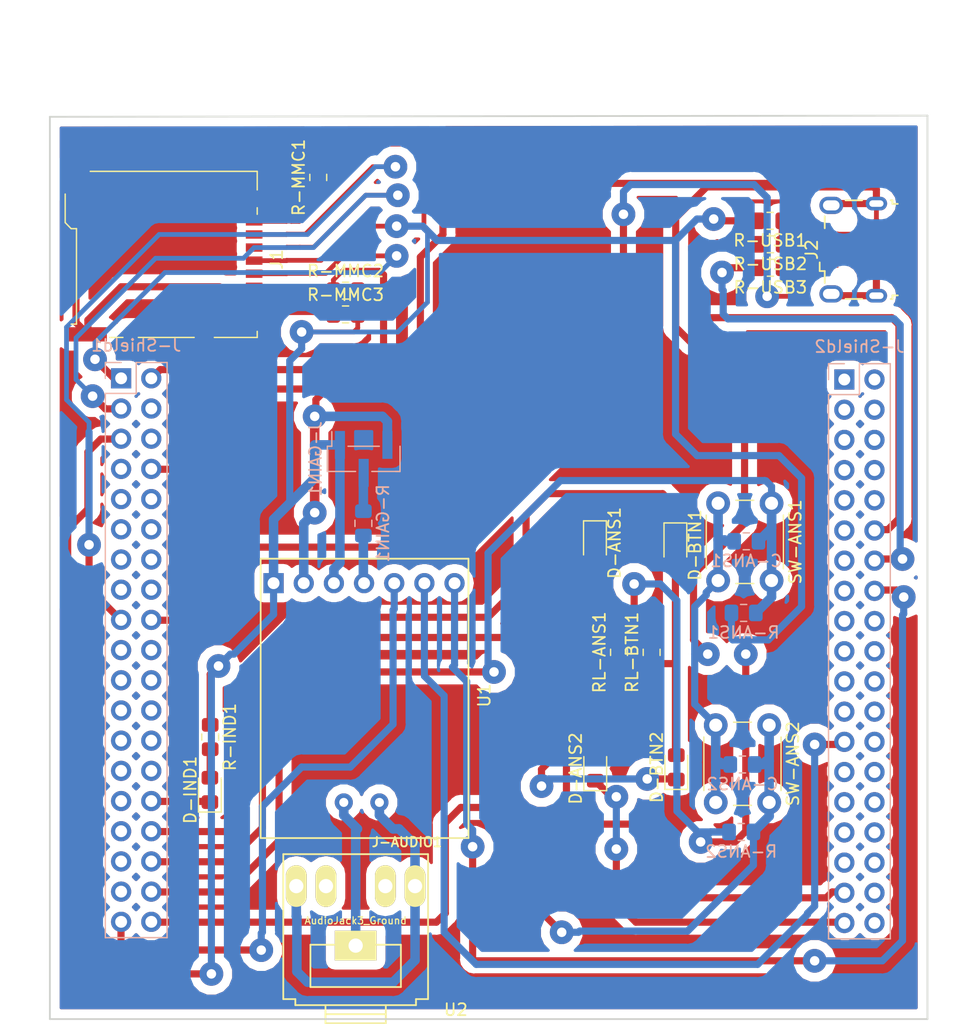
<source format=kicad_pcb>
(kicad_pcb (version 20171130) (host pcbnew 5.1.5)
  (layers (0 F.Cu signal) (31 B.Cu signal) (34 B.Paste user) (35 F.Paste user) (36 B.SilkS user) (37 F.SilkS user) (38 B.Mask user) (39 F.Mask user) (44 Edge.Cuts user))
  (net 0 "")
  (net 1 /DAC_DIN)
  (net 2 /BTN_B)
  (net 3 "Net-(U2-Pad76)")
  (net 4 /LED_FALSE)
  (net 5 "Net-(U2-Pad74)")
  (net 6 "Net-(U2-Pad72)")
  (net 7 "Net-(U2-Pad70)")
  (net 8 "Net-(U2-Pad68)")
  (net 9 "Net-(U2-Pad66)")
  (net 10 "Net-(U2-Pad64)")
  (net 11 "Net-(U2-Pad62)")
  (net 12 "Net-(U2-Pad60)")
  (net 13 "Net-(U2-Pad58)")
  (net 14 "Net-(U2-Pad56)")
  (net 15 /DAC_LRC)
  (net 16 /USB_DM)
  (net 17 /USB_DP)
  (net 18 "Net-(U2-Pad48)")
  (net 19 "Net-(U2-Pad46)")
  (net 20 "Net-(U2-Pad44)")
  (net 21 "Net-(U2-Pad42)")
  (net 22 "Net-(U2-Pad40)")
  (net 23 /LED_TRUE)
  (net 24 "Net-(U2-Pad71)")
  (net 25 "Net-(U2-Pad69)")
  (net 26 "Net-(U2-Pad67)")
  (net 27 "Net-(U2-Pad65)")
  (net 28 /DAC_BCLK)
  (net 29 "Net-(U2-Pad61)")
  (net 30 "Net-(U2-Pad59)")
  (net 31 "Net-(U2-Pad57)")
  (net 32 "Net-(U2-Pad55)")
  (net 33 "Net-(U2-Pad53)")
  (net 34 "Net-(U2-Pad51)")
  (net 35 /LED)
  (net 36 "Net-(U2-Pad47)")
  (net 37 "Net-(U2-Pad45)")
  (net 38 "Net-(U2-Pad43)")
  (net 39 "Net-(U2-Pad41)")
  (net 40 "Net-(U2-Pad39)")
  (net 41 "Net-(U2-Pad35)")
  (net 42 "Net-(U2-Pad33)")
  (net 43 "Net-(U2-Pad31)")
  (net 44 "Net-(U2-Pad29)")
  (net 45 "Net-(U2-Pad27)")
  (net 46 "Net-(U2-Pad25)")
  (net 47 /BTN)
  (net 48 "Net-(U2-Pad21)")
  (net 49 "Net-(U2-Pad19)")
  (net 50 /MMC_NSS)
  (net 51 "Net-(U2-Pad15)")
  (net 52 "Net-(U2-Pad13)")
  (net 53 "Net-(U2-Pad11)")
  (net 54 "Net-(U2-Pad9)")
  (net 55 "Net-(U2-Pad7)")
  (net 56 VDD)
  (net 57 /MMC_MOSI)
  (net 58 /MMC_SCK)
  (net 59 /BTN_A)
  (net 60 /LED_B)
  (net 61 /LED_A)
  (net 62 /LED_IND)
  (net 63 "Net-(U2-Pad28)")
  (net 64 "Net-(U2-Pad26)")
  (net 65 "Net-(U2-Pad24)")
  (net 66 "Net-(U2-Pad22)")
  (net 67 "Net-(U2-Pad20)")
  (net 68 VCC)
  (net 69 "Net-(U2-Pad16)")
  (net 70 "Net-(U2-Pad14)")
  (net 71 "Net-(U2-Pad12)")
  (net 72 "Net-(U2-Pad10)")
  (net 73 GND)
  (net 74 "Net-(U2-Pad6)")
  (net 75 "Net-(U2-Pad4)")
  (net 76 /MMC_MISO)
  (net 77 "Net-(J2-Pad2)")
  (net 78 "Net-(J2-Pad3)")
  (net 79 "Net-(J2-Pad4)")
  (net 80 "Net-(J-GAIN1-Pad2)")
  (net 81 "Net-(D-IND1-Pad2)")
  (net 82 "Net-(J1-Pad1)")
  (net 83 "Net-(J1-Pad8)")
  (net 84 "Net-(D-ANS1-Pad2)")
  (net 85 "Net-(D-BTN1-Pad2)")
  (net 86 "Net-(R-GAIN1-Pad1)")
  (net 87 "Net-(J-AUDIO1-PadS)")
  (net 88 "Net-(J-AUDIO1-PadR)")
  (net 89 "Net-(J1-Pad9)")
  (net 90 "Net-(J1-Pad10)")
  (net 91 "Net-(J-Shield1-Pad38)")
  (net 92 "Net-(J-Shield1-Pad37)")
  (net 93 "Net-(J-Shield1-Pad36)")
  (net 94 "Net-(J-Shield1-Pad35)")
  (net 95 "Net-(J-Shield1-Pad34)")
  (net 96 "Net-(J-Shield1-Pad33)")
  (net 97 "Net-(J-Shield1-Pad32)")
  (net 98 "Net-(J-Shield1-Pad31)")
  (net 99 "Net-(J-Shield1-Pad30)")
  (net 100 "Net-(J-Shield1-Pad29)")
  (net 101 "Net-(J-Shield1-Pad28)")
  (net 102 "Net-(J-Shield1-Pad27)")
  (net 103 "Net-(J-Shield1-Pad26)")
  (net 104 "Net-(J-Shield1-Pad25)")
  (net 105 "Net-(J-Shield1-Pad24)")
  (net 106 "Net-(J-Shield1-Pad23)")
  (net 107 "Net-(J-Shield1-Pad22)")
  (net 108 "Net-(J-Shield1-Pad21)")
  (net 109 "Net-(J-Shield1-Pad20)")
  (net 110 "Net-(J-Shield1-Pad19)")
  (net 111 "Net-(J-Shield1-Pad18)")
  (net 112 "Net-(J-Shield1-Pad17)")
  (net 113 "Net-(J-Shield1-Pad16)")
  (net 114 "Net-(J-Shield1-Pad15)")
  (net 115 "Net-(J-Shield1-Pad14)")
  (net 116 "Net-(J-Shield1-Pad13)")
  (net 117 "Net-(J-Shield1-Pad12)")
  (net 118 "Net-(J-Shield1-Pad11)")
  (net 119 "Net-(J-Shield1-Pad10)")
  (net 120 "Net-(J-Shield1-Pad9)")
  (net 121 "Net-(J-Shield1-Pad8)")
  (net 122 "Net-(J-Shield1-Pad7)")
  (net 123 "Net-(J-Shield1-Pad6)")
  (net 124 "Net-(J-Shield1-Pad5)")
  (net 125 "Net-(J-Shield1-Pad4)")
  (net 126 "Net-(J-Shield1-Pad3)")
  (net 127 "Net-(J-Shield1-Pad2)")
  (net 128 "Net-(J-Shield1-Pad1)")
  (net 129 "Net-(J-Shield2-Pad1)")
  (net 130 "Net-(J-Shield2-Pad2)")
  (net 131 "Net-(J-Shield2-Pad3)")
  (net 132 "Net-(J-Shield2-Pad4)")
  (net 133 "Net-(J-Shield2-Pad5)")
  (net 134 "Net-(J-Shield2-Pad6)")
  (net 135 "Net-(J-Shield2-Pad7)")
  (net 136 "Net-(J-Shield2-Pad8)")
  (net 137 "Net-(J-Shield2-Pad9)")
  (net 138 "Net-(J-Shield2-Pad10)")
  (net 139 "Net-(J-Shield2-Pad11)")
  (net 140 "Net-(J-Shield2-Pad12)")
  (net 141 "Net-(J-Shield2-Pad13)")
  (net 142 "Net-(J-Shield2-Pad14)")
  (net 143 "Net-(J-Shield2-Pad15)")
  (net 144 "Net-(J-Shield2-Pad16)")
  (net 145 "Net-(J-Shield2-Pad17)")
  (net 146 "Net-(J-Shield2-Pad18)")
  (net 147 "Net-(J-Shield2-Pad19)")
  (net 148 "Net-(J-Shield2-Pad20)")
  (net 149 "Net-(J-Shield2-Pad21)")
  (net 150 "Net-(J-Shield2-Pad22)")
  (net 151 "Net-(J-Shield2-Pad23)")
  (net 152 "Net-(J-Shield2-Pad24)")
  (net 153 "Net-(J-Shield2-Pad25)")
  (net 154 "Net-(J-Shield2-Pad26)")
  (net 155 "Net-(J-Shield2-Pad27)")
  (net 156 "Net-(J-Shield2-Pad28)")
  (net 157 "Net-(J-Shield2-Pad29)")
  (net 158 "Net-(J-Shield2-Pad30)")
  (net 159 "Net-(J-Shield2-Pad31)")
  (net 160 "Net-(J-Shield2-Pad32)")
  (net 161 "Net-(J-Shield2-Pad33)")
  (net 162 "Net-(J-Shield2-Pad34)")
  (net 163 "Net-(J-Shield2-Pad35)")
  (net 164 "Net-(J-Shield2-Pad36)")
  (net 165 "Net-(J-Shield2-Pad37)")
  (net 166 "Net-(J-Shield2-Pad38)")
  (module Capacitor_SMD:C_0805_2012Metric_Pad1.15x1.40mm_HandSolder (layer B.Cu) (at 163.045798 100.009718)
    (fp_text reference C-ANS1 (at 0 1.65) (layer B.SilkS) (effects (justify mirror)))
    (fp_text value C)
    (pad 2 smd roundrect (at 1.025 0) (size 1.15 1.4) (layers B.Cu B.Paste B.Mask) (roundrect_rratio 0.217391) (net 59 /BTN_A))
    (pad 1 smd roundrect (at -1.025 0) (size 1.15 1.4) (layers B.Cu B.Paste B.Mask) (roundrect_rratio 0.217391) (net 73 GND))
  )
  (module Capacitor_SMD:C_0805_2012Metric_Pad1.15x1.40mm_HandSolder (layer B.Cu) (at 162.720798 118.784718)
    (fp_text reference C-ANS2 (at 0 1.65) (layer B.SilkS) (effects (justify mirror)))
    (fp_text value C)
    (pad 1 smd roundrect (at -1.025 0) (size 1.15 1.4) (layers B.Cu B.Paste B.Mask) (roundrect_rratio 0.217391) (net 73 GND))
    (pad 2 smd roundrect (at 1.025 0) (size 1.15 1.4) (layers B.Cu B.Paste B.Mask) (roundrect_rratio 0.217391) (net 2 /BTN_B))
  )
  (module LED_SMD:LED_0805_2012Metric_Pad1.15x1.40mm_HandSolder (layer F.Cu) (at 150.3 100.15 270)
    (fp_text reference D-ANS1 (at 0 -1.65 270) (layer F.SilkS))
    (fp_text value LED)
    (pad 1 smd roundrect (at -1.025 0 270) (size 1.15 1.4) (layers F.Cu F.Paste F.Mask) (roundrect_rratio 0.217391) (net 23 /LED_TRUE))
    (pad 2 smd roundrect (at 1.025 0 270) (size 1.15 1.4) (layers F.Cu F.Paste F.Mask) (roundrect_rratio 0.217391) (net 84 "Net-(D-ANS1-Pad2)"))
  )
  (module LED_SMD:LED_0805_2012Metric_Pad1.15x1.40mm_HandSolder (layer F.Cu) (at 150.325 119.125 90)
    (fp_text reference D-ANS2 (at 0 -1.65 90) (layer F.SilkS))
    (fp_text value LED)
    (pad 2 smd roundrect (at 1.025 0 90) (size 1.15 1.4) (layers F.Cu F.Paste F.Mask) (roundrect_rratio 0.217391) (net 84 "Net-(D-ANS1-Pad2)"))
    (pad 1 smd roundrect (at -1.025 0 90) (size 1.15 1.4) (layers F.Cu F.Paste F.Mask) (roundrect_rratio 0.217391) (net 4 /LED_FALSE))
  )
  (module LED_SMD:LED_0805_2012Metric_Pad1.15x1.40mm_HandSolder (layer F.Cu) (at 157.075 100.325 270)
    (fp_text reference D-BTN1 (at 0 -1.65 270) (layer F.SilkS))
    (fp_text value LED)
    (pad 2 smd roundrect (at 1.025 0 270) (size 1.15 1.4) (layers F.Cu F.Paste F.Mask) (roundrect_rratio 0.217391) (net 85 "Net-(D-BTN1-Pad2)"))
    (pad 1 smd roundrect (at -1.025 0 270) (size 1.15 1.4) (layers F.Cu F.Paste F.Mask) (roundrect_rratio 0.217391) (net 61 /LED_A))
  )
  (module LED_SMD:LED_0805_2012Metric_Pad1.15x1.40mm_HandSolder (layer F.Cu) (at 157.15 119.025 90)
    (fp_text reference D-BTN2 (at 0 -1.65 90) (layer F.SilkS))
    (fp_text value LED)
    (pad 1 smd roundrect (at -1.025 0 90) (size 1.15 1.4) (layers F.Cu F.Paste F.Mask) (roundrect_rratio 0.217391) (net 60 /LED_B))
    (pad 2 smd roundrect (at 1.025 0 90) (size 1.15 1.4) (layers F.Cu F.Paste F.Mask) (roundrect_rratio 0.217391) (net 85 "Net-(D-BTN1-Pad2)"))
  )
  (module LED_SMD:LED_0805_2012Metric_Pad1.15x1.40mm_HandSolder (layer F.Cu) (at 117.875 120.925 90)
    (fp_text reference D-IND1 (at 0 -1.65 90) (layer F.SilkS))
    (fp_text value LED)
    (pad 1 smd roundrect (at -1.025 0 90) (size 1.15 1.4) (layers F.Cu F.Paste F.Mask) (roundrect_rratio 0.217391) (net 62 /LED_IND))
    (pad 2 smd roundrect (at 1.025 0 90) (size 1.15 1.4) (layers F.Cu F.Paste F.Mask) (roundrect_rratio 0.217391) (net 81 "Net-(D-IND1-Pad2)"))
  )
  (module Connector_USB:USB_Micro-B_Wuerth_629105150521 (layer F.Cu) (at 172.05 75.475 90)
    (fp_text reference J2 (at 0 -3.5 90) (layer F.SilkS))
    (fp_text value USB_B_Micro)
    (pad 1 smd rect (at -1.3 -1.9 90) (size 0.45 1.3) (layers F.Cu F.Paste F.Mask) (net 68 VCC))
    (pad 2 smd rect (at -0.65 -1.9 90) (size 0.45 1.3) (layers F.Cu F.Paste F.Mask) (net 77 "Net-(J2-Pad2)"))
    (pad 3 smd rect (at 0 -1.9 90) (size 0.45 1.3) (layers F.Cu F.Paste F.Mask) (net 78 "Net-(J2-Pad3)"))
    (pad 4 smd rect (at 0.65 -1.9 90) (size 0.45 1.3) (layers F.Cu F.Paste F.Mask) (net 79 "Net-(J2-Pad4)"))
    (pad 5 smd rect (at 1.3 -1.9 90) (size 0.45 1.3) (layers F.Cu F.Paste F.Mask) (net 73 GND))
    (pad 6 thru_hole oval (at -3.725 -1.85 90) (size 1.45 2) (drill oval 0.85 1.4) (layers *.Cu *.Mask) (net 73 GND))
    (pad 6 thru_hole oval (at 3.725 -1.85 90) (size 1.45 2) (drill oval 0.85 1.4) (layers *.Cu *.Mask) (net 73 GND))
    (pad 6 thru_hole oval (at -3.875 1.95 90) (size 1.15 1.8) (drill oval 0.55 1.2) (layers *.Cu *.Mask) (net 73 GND))
    (pad 6 thru_hole oval (at 3.875 1.95 90) (size 1.15 1.8) (drill oval 0.55 1.2) (layers *.Cu *.Mask) (net 73 GND))
    (pad "" np_thru_hole oval (at -2.5 -0.8 90) (size 0.8 0.8) (drill 0.8) (layers *.Cu *.Mask))
    (pad "" np_thru_hole oval (at 2.5 -0.8 90) (size 0.8 0.8) (drill 0.8) (layers *.Cu *.Mask))
  )
  (module Connector_PinHeader_2.00mm:PinHeader_1x03_P2.00mm_Vertical_SMD_Pin1Left (layer B.Cu) (at 130.825 93.075 270)
    (fp_text reference J-GAIN1 (at 0 4.06 270) (layer B.SilkS) (effects (justify mirror)))
    (fp_text value Conn_01x03_Male)
    (pad 1 smd rect (at -1.175 2 270) (size 2.35 0.85) (layers B.Cu B.Paste B.Mask) (net 56 VDD))
    (pad 3 smd rect (at -1.175 -2 270) (size 2.35 0.85) (layers B.Cu B.Paste B.Mask) (net 73 GND))
    (pad 2 smd rect (at 1.175 0 270) (size 2.35 0.85) (layers B.Cu B.Paste B.Mask) (net 80 "Net-(J-GAIN1-Pad2)"))
  )
  (module Resistor_SMD:R_0805_2012Metric_Pad1.15x1.40mm_HandSolder (layer B.Cu) (at 162.820798 106.034718)
    (fp_text reference R-ANS1 (at 0 1.65) (layer B.SilkS) (effects (justify mirror)))
    (fp_text value 10K)
    (pad 2 smd roundrect (at 1.025 0) (size 1.15 1.4) (layers B.Cu B.Paste B.Mask) (roundrect_rratio 0.217391) (net 59 /BTN_A))
    (pad 1 smd roundrect (at -1.025 0) (size 1.15 1.4) (layers B.Cu B.Paste B.Mask) (roundrect_rratio 0.217391) (net 56 VDD))
  )
  (module Resistor_SMD:R_0805_2012Metric_Pad1.15x1.40mm_HandSolder (layer B.Cu) (at 162.620798 124.459718)
    (fp_text reference R-ANS2 (at 0 1.65) (layer B.SilkS) (effects (justify mirror)))
    (fp_text value 10K)
    (pad 2 smd roundrect (at 1.025 0) (size 1.15 1.4) (layers B.Cu B.Paste B.Mask) (roundrect_rratio 0.217391) (net 2 /BTN_B))
    (pad 1 smd roundrect (at -1.025 0) (size 1.15 1.4) (layers B.Cu B.Paste B.Mask) (roundrect_rratio 0.217391) (net 56 VDD))
  )
  (module Resistor_SMD:R_0805_2012Metric_Pad1.15x1.40mm_HandSolder (layer B.Cu) (at 130.8 98.5 90)
    (fp_text reference R-GAIN1 (at 0 1.65 90) (layer B.SilkS) (effects (justify mirror)))
    (fp_text value 100K)
    (pad 1 smd roundrect (at -1.025 0 90) (size 1.15 1.4) (layers B.Cu B.Paste B.Mask) (roundrect_rratio 0.217391) (net 86 "Net-(R-GAIN1-Pad1)"))
    (pad 2 smd roundrect (at 1.025 0 90) (size 1.15 1.4) (layers B.Cu B.Paste B.Mask) (roundrect_rratio 0.217391) (net 80 "Net-(J-GAIN1-Pad2)"))
  )
  (module Resistor_SMD:R_0805_2012Metric_Pad1.15x1.40mm_HandSolder (layer F.Cu) (at 117.9 116.475 270)
    (fp_text reference R-IND1 (at 0 -1.65 270) (layer F.SilkS))
    (fp_text value 330)
    (pad 2 smd roundrect (at 1.025 0 270) (size 1.15 1.4) (layers F.Cu F.Paste F.Mask) (roundrect_rratio 0.217391) (net 81 "Net-(D-IND1-Pad2)"))
    (pad 1 smd roundrect (at -1.025 0 270) (size 1.15 1.4) (layers F.Cu F.Paste F.Mask) (roundrect_rratio 0.217391) (net 56 VDD))
  )
  (module Resistor_SMD:R_0805_2012Metric_Pad1.15x1.40mm_HandSolder (layer F.Cu) (at 127 69.4 90)
    (fp_text reference R-MMC1 (at 0 -1.65 90) (layer F.SilkS))
    (fp_text value 10K)
    (pad 1 smd roundrect (at -1.025 0 90) (size 1.15 1.4) (layers F.Cu F.Paste F.Mask) (roundrect_rratio 0.217391) (net 82 "Net-(J1-Pad1)"))
    (pad 2 smd roundrect (at 1.025 0 90) (size 1.15 1.4) (layers F.Cu F.Paste F.Mask) (roundrect_rratio 0.217391) (net 56 VDD))
  )
  (module Resistor_SMD:R_0805_2012Metric_Pad1.15x1.40mm_HandSolder (layer F.Cu) (at 129.3 78.925)
    (fp_text reference R-MMC2 (at 0 -1.65) (layer F.SilkS))
    (fp_text value 10K)
    (pad 1 smd roundrect (at -1.025 0) (size 1.15 1.4) (layers F.Cu F.Paste F.Mask) (roundrect_rratio 0.217391) (net 76 /MMC_MISO))
    (pad 2 smd roundrect (at 1.025 0) (size 1.15 1.4) (layers F.Cu F.Paste F.Mask) (roundrect_rratio 0.217391) (net 56 VDD))
  )
  (module Resistor_SMD:R_0805_2012Metric_Pad1.15x1.40mm_HandSolder (layer F.Cu) (at 129.3 80.925)
    (fp_text reference R-MMC3 (at 0 -1.65) (layer F.SilkS))
    (fp_text value 10K)
    (pad 2 smd roundrect (at 1.025 0) (size 1.15 1.4) (layers F.Cu F.Paste F.Mask) (roundrect_rratio 0.217391) (net 56 VDD))
    (pad 1 smd roundrect (at -1.025 0) (size 1.15 1.4) (layers F.Cu F.Paste F.Mask) (roundrect_rratio 0.217391) (net 83 "Net-(J1-Pad8)"))
  )
  (module Resistor_SMD:R_0805_2012Metric_Pad1.15x1.40mm_HandSolder (layer F.Cu) (at 165.05 73.05 180)
    (fp_text reference R-USB1 (at 0 -1.65 180) (layer F.SilkS))
    (fp_text value 4K7)
    (pad 1 smd roundrect (at -1.025 0 180) (size 1.15 1.4) (layers F.Cu F.Paste F.Mask) (roundrect_rratio 0.217391) (net 78 "Net-(J2-Pad3)"))
    (pad 2 smd roundrect (at 1.025 0 180) (size 1.15 1.4) (layers F.Cu F.Paste F.Mask) (roundrect_rratio 0.217391) (net 56 VDD))
  )
  (module Resistor_SMD:R_0805_2012Metric_Pad1.15x1.40mm_HandSolder (layer F.Cu) (at 165.075 75.025 180)
    (fp_text reference R-USB2 (at 0 -1.65 180) (layer F.SilkS))
    (fp_text value 68)
    (pad 2 smd roundrect (at 1.025 0 180) (size 1.15 1.4) (layers F.Cu F.Paste F.Mask) (roundrect_rratio 0.217391) (net 17 /USB_DP))
    (pad 1 smd roundrect (at -1.025 0 180) (size 1.15 1.4) (layers F.Cu F.Paste F.Mask) (roundrect_rratio 0.217391) (net 78 "Net-(J2-Pad3)"))
  )
  (module Resistor_SMD:R_0805_2012Metric_Pad1.15x1.40mm_HandSolder (layer F.Cu) (at 165.075 77 180)
    (fp_text reference R-USB3 (at 0 -1.65 180) (layer F.SilkS))
    (fp_text value 68)
    (pad 1 smd roundrect (at -1.025 0 180) (size 1.15 1.4) (layers F.Cu F.Paste F.Mask) (roundrect_rratio 0.217391) (net 77 "Net-(J2-Pad2)"))
    (pad 2 smd roundrect (at 1.025 0 180) (size 1.15 1.4) (layers F.Cu F.Paste F.Mask) (roundrect_rratio 0.217391) (net 16 /USB_DM))
  )
  (module Resistor_SMD:R_0805_2012Metric_Pad1.15x1.40mm_HandSolder (layer F.Cu) (at 152.325 109.35 90)
    (fp_text reference RL-ANS1 (at 0 -1.65 90) (layer F.SilkS))
    (fp_text value 330)
    (pad 1 smd roundrect (at -1.025 0 90) (size 1.15 1.4) (layers F.Cu F.Paste F.Mask) (roundrect_rratio 0.217391) (net 84 "Net-(D-ANS1-Pad2)"))
    (pad 2 smd roundrect (at 1.025 0 90) (size 1.15 1.4) (layers F.Cu F.Paste F.Mask) (roundrect_rratio 0.217391) (net 56 VDD))
  )
  (module Resistor_SMD:R_0805_2012Metric_Pad1.15x1.40mm_HandSolder (layer F.Cu) (at 155.075 109.35 90)
    (fp_text reference RL-BTN1 (at 0 -1.65 90) (layer F.SilkS))
    (fp_text value 330)
    (pad 2 smd roundrect (at 1.025 0 90) (size 1.15 1.4) (layers F.Cu F.Paste F.Mask) (roundrect_rratio 0.217391) (net 56 VDD))
    (pad 1 smd roundrect (at -1.025 0 90) (size 1.15 1.4) (layers F.Cu F.Paste F.Mask) (roundrect_rratio 0.217391) (net 85 "Net-(D-BTN1-Pad2)"))
  )
  (module Button_Switch_THT:SW_PUSH_6mm (layer F.Cu) (at 165.170798 96.809718 270)
    (fp_text reference SW-ANS1 (at 3.25 -2 270) (layer F.SilkS))
    (fp_text value SW_Push)
    (pad 2 thru_hole circle (at 0 4.5) (size 2 2) (drill 1.1) (layers *.Cu *.Mask) (net 73 GND))
    (pad 1 thru_hole circle (at 0 0) (size 2 2) (drill 1.1) (layers *.Cu *.Mask) (net 59 /BTN_A))
    (pad 2 thru_hole circle (at 6.5 4.5) (size 2 2) (drill 1.1) (layers *.Cu *.Mask) (net 73 GND))
    (pad 1 thru_hole circle (at 6.5 0) (size 2 2) (drill 1.1) (layers *.Cu *.Mask) (net 59 /BTN_A))
  )
  (module Button_Switch_THT:SW_PUSH_6mm (layer F.Cu) (at 164.970797 115.474719 270)
    (fp_text reference SW-ANS2 (at 3.25 -2 270) (layer F.SilkS))
    (fp_text value SW_Push)
    (pad 1 thru_hole circle (at 6.5 0) (size 2 2) (drill 1.1) (layers *.Cu *.Mask) (net 2 /BTN_B))
    (pad 2 thru_hole circle (at 6.5 4.5) (size 2 2) (drill 1.1) (layers *.Cu *.Mask) (net 73 GND))
    (pad 1 thru_hole circle (at 0 0) (size 2 2) (drill 1.1) (layers *.Cu *.Mask) (net 2 /BTN_B))
    (pad 2 thru_hole circle (at 0 4.5) (size 2 2) (drill 1.1) (layers *.Cu *.Mask) (net 73 GND))
  )
  (module dacmax98:dacmax98357 (layer F.Cu) (at 130.65 112.975 270)
    (fp_text reference U1 (at 0 -10.33 270) (layer F.SilkS))
    (fp_text value MAX98357_DAC)
    (pad 1 thru_hole rect (at -9.44361 7.412888 90) (size 1.7 1.7) (drill 1) (layers *.Cu *.Mask) (net 56 VDD))
    (pad 2 thru_hole oval (at -9.44361 4.872888 90) (size 1.7 1.7) (drill 1) (layers *.Cu *.Mask) (net 73 GND))
    (pad 3 thru_hole oval (at -9.44361 2.332888 90) (size 1.7 1.7) (drill 1) (layers *.Cu *.Mask) (net 56 VDD))
    (pad 4 thru_hole oval (at -9.44361 -0.207112 90) (size 1.7 1.7) (drill 1) (layers *.Cu *.Mask) (net 86 "Net-(R-GAIN1-Pad1)"))
    (pad 5 thru_hole oval (at -9.44361 -2.747112 90) (size 1.7 1.7) (drill 1) (layers *.Cu *.Mask) (net 1 /DAC_DIN))
    (pad 6 thru_hole oval (at -9.44361 -5.287112 90) (size 1.7 1.7) (drill 1) (layers *.Cu *.Mask) (net 28 /DAC_BCLK))
    (pad 7 thru_hole oval (at -9.44361 -7.827112 90) (size 1.7 1.7) (drill 1) (layers *.Cu *.Mask) (net 15 /DAC_LRC))
    (pad 8 thru_hole circle (at 9 1.5 270) (size 1.524 1.524) (drill 0.762) (layers *.Cu *.Mask) (net 87 "Net-(J-AUDIO1-PadS)"))
    (pad 9 thru_hole circle (at 9 -1.5 270) (size 1.524 1.524) (drill 0.762) (layers *.Cu *.Mask) (net 88 "Net-(J-AUDIO1-PadR)"))
  )
  (module user:Nucleo-64 (layer F.Cu) (at 110.390001 132.050038)
    (fp_text reference U2 (at 28.194 7.366) (layer F.SilkS))
    (fp_text value NUCLEO-64)
    (pad 37 thru_hole circle (at 0 0) (size 1.524 1.524) (drill 0.762) (layers *.Cu *.Mask) (net 1 /DAC_DIN))
    (pad 38 thru_hole circle (at 2.54 0) (size 1.524 1.524) (drill 0.762) (layers *.Cu *.Mask) (net 2 /BTN_B))
    (pad 76 thru_hole circle (at 63.5 0) (size 1.524 1.524) (drill 0.762) (layers *.Cu *.Mask) (net 3 "Net-(U2-Pad76)"))
    (pad 75 thru_hole circle (at 60.96 0) (size 1.524 1.524) (drill 0.762) (layers *.Cu *.Mask) (net 4 /LED_FALSE))
    (pad 74 thru_hole circle (at 63.5 -2.54) (size 1.524 1.524) (drill 0.762) (layers *.Cu *.Mask) (net 5 "Net-(U2-Pad74)"))
    (pad 72 thru_hole circle (at 63.5 -5.08) (size 1.524 1.524) (drill 0.762) (layers *.Cu *.Mask) (net 6 "Net-(U2-Pad72)"))
    (pad 70 thru_hole circle (at 63.5 -7.62) (size 1.524 1.524) (drill 0.762) (layers *.Cu *.Mask) (net 7 "Net-(U2-Pad70)"))
    (pad 68 thru_hole circle (at 63.5 -10.16) (size 1.524 1.524) (drill 0.762) (layers *.Cu *.Mask) (net 8 "Net-(U2-Pad68)"))
    (pad 66 thru_hole circle (at 63.5 -12.7) (size 1.524 1.524) (drill 0.762) (layers *.Cu *.Mask) (net 9 "Net-(U2-Pad66)"))
    (pad 64 thru_hole circle (at 63.5 -15.24) (size 1.524 1.524) (drill 0.762) (layers *.Cu *.Mask) (net 10 "Net-(U2-Pad64)"))
    (pad 62 thru_hole circle (at 63.5 -17.78) (size 1.524 1.524) (drill 0.762) (layers *.Cu *.Mask) (net 11 "Net-(U2-Pad62)"))
    (pad 60 thru_hole circle (at 63.5 -20.32) (size 1.524 1.524) (drill 0.762) (layers *.Cu *.Mask) (net 12 "Net-(U2-Pad60)"))
    (pad 58 thru_hole circle (at 63.5 -22.86) (size 1.524 1.524) (drill 0.762) (layers *.Cu *.Mask) (net 13 "Net-(U2-Pad58)"))
    (pad 56 thru_hole circle (at 63.5 -25.4) (size 1.524 1.524) (drill 0.762) (layers *.Cu *.Mask) (net 14 "Net-(U2-Pad56)"))
    (pad 54 thru_hole circle (at 63.5 -27.94) (size 1.524 1.524) (drill 0.762) (layers *.Cu *.Mask) (net 15 /DAC_LRC))
    (pad 52 thru_hole circle (at 63.5 -30.48) (size 1.524 1.524) (drill 0.762) (layers *.Cu *.Mask) (net 16 /USB_DM))
    (pad 50 thru_hole circle (at 63.5 -33.02) (size 1.524 1.524) (drill 0.762) (layers *.Cu *.Mask) (net 17 /USB_DP))
    (pad 48 thru_hole circle (at 63.5 -35.56) (size 1.524 1.524) (drill 0.762) (layers *.Cu *.Mask) (net 18 "Net-(U2-Pad48)"))
    (pad 46 thru_hole circle (at 63.5 -38.1) (size 1.524 1.524) (drill 0.762) (layers *.Cu *.Mask) (net 19 "Net-(U2-Pad46)"))
    (pad 44 thru_hole circle (at 63.5 -40.64) (size 1.524 1.524) (drill 0.762) (layers *.Cu *.Mask) (net 20 "Net-(U2-Pad44)"))
    (pad 42 thru_hole circle (at 63.5 -43.18) (size 1.524 1.524) (drill 0.762) (layers *.Cu *.Mask) (net 21 "Net-(U2-Pad42)"))
    (pad 40 thru_hole circle (at 63.5 -45.72) (size 1.524 1.524) (drill 0.762) (layers *.Cu *.Mask) (net 22 "Net-(U2-Pad40)"))
    (pad 73 thru_hole circle (at 60.96 -2.54) (size 1.524 1.524) (drill 0.762) (layers *.Cu *.Mask) (net 23 /LED_TRUE))
    (pad 71 thru_hole circle (at 60.96 -5.08) (size 1.524 1.524) (drill 0.762) (layers *.Cu *.Mask) (net 24 "Net-(U2-Pad71)"))
    (pad 69 thru_hole circle (at 60.96 -7.62) (size 1.524 1.524) (drill 0.762) (layers *.Cu *.Mask) (net 25 "Net-(U2-Pad69)"))
    (pad 67 thru_hole circle (at 60.96 -10.16) (size 1.524 1.524) (drill 0.762) (layers *.Cu *.Mask) (net 26 "Net-(U2-Pad67)"))
    (pad 65 thru_hole circle (at 60.96 -12.7) (size 1.524 1.524) (drill 0.762) (layers *.Cu *.Mask) (net 27 "Net-(U2-Pad65)"))
    (pad 63 thru_hole circle (at 60.96 -15.24) (size 1.524 1.524) (drill 0.762) (layers *.Cu *.Mask) (net 28 /DAC_BCLK))
    (pad 61 thru_hole circle (at 60.96 -17.78) (size 1.524 1.524) (drill 0.762) (layers *.Cu *.Mask) (net 29 "Net-(U2-Pad61)"))
    (pad 59 thru_hole circle (at 60.96 -20.32) (size 1.524 1.524) (drill 0.762) (layers *.Cu *.Mask) (net 30 "Net-(U2-Pad59)"))
    (pad 57 thru_hole circle (at 60.96 -22.86) (size 1.524 1.524) (drill 0.762) (layers *.Cu *.Mask) (net 31 "Net-(U2-Pad57)"))
    (pad 55 thru_hole circle (at 60.96 -25.4) (size 1.524 1.524) (drill 0.762) (layers *.Cu *.Mask) (net 32 "Net-(U2-Pad55)"))
    (pad 53 thru_hole circle (at 60.96 -27.94) (size 1.524 1.524) (drill 0.762) (layers *.Cu *.Mask) (net 33 "Net-(U2-Pad53)"))
    (pad 51 thru_hole circle (at 60.96 -30.48) (size 1.524 1.524) (drill 0.762) (layers *.Cu *.Mask) (net 34 "Net-(U2-Pad51)"))
    (pad 49 thru_hole circle (at 60.96 -33.02) (size 1.524 1.524) (drill 0.762) (layers *.Cu *.Mask) (net 35 /LED))
    (pad 47 thru_hole circle (at 60.96 -35.56) (size 1.524 1.524) (drill 0.762) (layers *.Cu *.Mask) (net 36 "Net-(U2-Pad47)"))
    (pad 45 thru_hole circle (at 60.96 -38.1) (size 1.524 1.524) (drill 0.762) (layers *.Cu *.Mask) (net 37 "Net-(U2-Pad45)"))
    (pad 43 thru_hole circle (at 60.96 -40.64) (size 1.524 1.524) (drill 0.762) (layers *.Cu *.Mask) (net 38 "Net-(U2-Pad43)"))
    (pad 41 thru_hole circle (at 60.96 -43.18) (size 1.524 1.524) (drill 0.762) (layers *.Cu *.Mask) (net 39 "Net-(U2-Pad41)"))
    (pad 39 thru_hole rect (at 60.96 -45.72) (size 1.524 1.524) (drill 0.762) (layers *.Cu *.Mask) (net 40 "Net-(U2-Pad39)"))
    (pad 35 thru_hole circle (at 0 -2.54) (size 1.524 1.524) (drill 0.762) (layers *.Cu *.Mask) (net 41 "Net-(U2-Pad35)"))
    (pad 33 thru_hole circle (at 0 -5.08) (size 1.524 1.524) (drill 0.762) (layers *.Cu *.Mask) (net 42 "Net-(U2-Pad33)"))
    (pad 31 thru_hole circle (at 0 -7.62) (size 1.524 1.524) (drill 0.762) (layers *.Cu *.Mask) (net 43 "Net-(U2-Pad31)"))
    (pad 29 thru_hole circle (at 0 -10.16) (size 1.524 1.524) (drill 0.762) (layers *.Cu *.Mask) (net 44 "Net-(U2-Pad29)"))
    (pad 27 thru_hole circle (at 0 -12.7) (size 1.524 1.524) (drill 0.762) (layers *.Cu *.Mask) (net 45 "Net-(U2-Pad27)"))
    (pad 25 thru_hole circle (at 0 -15.24) (size 1.524 1.524) (drill 0.762) (layers *.Cu *.Mask) (net 46 "Net-(U2-Pad25)"))
    (pad 23 thru_hole circle (at 0 -17.78) (size 1.524 1.524) (drill 0.762) (layers *.Cu *.Mask) (net 47 /BTN))
    (pad 21 thru_hole circle (at 0 -20.32) (size 1.524 1.524) (drill 0.762) (layers *.Cu *.Mask) (net 48 "Net-(U2-Pad21)"))
    (pad 19 thru_hole circle (at 0 -22.86) (size 1.524 1.524) (drill 0.762) (layers *.Cu *.Mask) (net 49 "Net-(U2-Pad19)"))
    (pad 17 thru_hole circle (at 0 -25.4) (size 1.524 1.524) (drill 0.762) (layers *.Cu *.Mask) (net 50 /MMC_NSS))
    (pad 15 thru_hole circle (at 0 -27.94) (size 1.524 1.524) (drill 0.762) (layers *.Cu *.Mask) (net 51 "Net-(U2-Pad15)"))
    (pad 13 thru_hole circle (at 0 -30.48) (size 1.524 1.524) (drill 0.762) (layers *.Cu *.Mask) (net 52 "Net-(U2-Pad13)"))
    (pad 11 thru_hole circle (at 0 -33.02) (size 1.524 1.524) (drill 0.762) (layers *.Cu *.Mask) (net 53 "Net-(U2-Pad11)"))
    (pad 9 thru_hole circle (at 0 -35.56) (size 1.524 1.524) (drill 0.762) (layers *.Cu *.Mask) (net 54 "Net-(U2-Pad9)"))
    (pad 7 thru_hole circle (at 0 -38.1) (size 1.524 1.524) (drill 0.762) (layers *.Cu *.Mask) (net 55 "Net-(U2-Pad7)"))
    (pad 5 thru_hole circle (at 0 -40.64) (size 1.524 1.524) (drill 0.762) (layers *.Cu *.Mask) (net 56 VDD))
    (pad 3 thru_hole circle (at 0 -43.18) (size 1.524 1.524) (drill 0.762) (layers *.Cu *.Mask) (net 57 /MMC_MOSI))
    (pad 1 thru_hole rect (at 0 -45.72) (size 1.524 1.524) (drill 0.762) (layers *.Cu *.Mask) (net 58 /MMC_SCK))
    (pad 36 thru_hole circle (at 2.54 -2.54) (size 1.524 1.524) (drill 0.762) (layers *.Cu *.Mask) (net 59 /BTN_A))
    (pad 34 thru_hole circle (at 2.54 -5.08) (size 1.524 1.524) (drill 0.762) (layers *.Cu *.Mask) (net 60 /LED_B))
    (pad 32 thru_hole circle (at 2.54 -7.62) (size 1.524 1.524) (drill 0.762) (layers *.Cu *.Mask) (net 61 /LED_A))
    (pad 30 thru_hole circle (at 2.54 -10.16) (size 1.524 1.524) (drill 0.762) (layers *.Cu *.Mask) (net 62 /LED_IND))
    (pad 28 thru_hole circle (at 2.54 -12.7) (size 1.524 1.524) (drill 0.762) (layers *.Cu *.Mask) (net 63 "Net-(U2-Pad28)"))
    (pad 26 thru_hole circle (at 2.54 -15.24) (size 1.524 1.524) (drill 0.762) (layers *.Cu *.Mask) (net 64 "Net-(U2-Pad26)"))
    (pad 24 thru_hole circle (at 2.54 -17.78) (size 1.524 1.524) (drill 0.762) (layers *.Cu *.Mask) (net 65 "Net-(U2-Pad24)"))
    (pad 22 thru_hole circle (at 2.54 -20.32) (size 1.524 1.524) (drill 0.762) (layers *.Cu *.Mask) (net 66 "Net-(U2-Pad22)"))
    (pad 20 thru_hole circle (at 2.54 -22.86) (size 1.524 1.524) (drill 0.762) (layers *.Cu *.Mask) (net 67 "Net-(U2-Pad20)"))
    (pad 18 thru_hole circle (at 2.54 -25.4) (size 1.524 1.524) (drill 0.762) (layers *.Cu *.Mask) (net 68 VCC))
    (pad 16 thru_hole circle (at 2.54 -27.94) (size 1.524 1.524) (drill 0.762) (layers *.Cu *.Mask) (net 69 "Net-(U2-Pad16)"))
    (pad 14 thru_hole circle (at 2.54 -30.48) (size 1.524 1.524) (drill 0.762) (layers *.Cu *.Mask) (net 70 "Net-(U2-Pad14)"))
    (pad 12 thru_hole circle (at 2.54 -33.02) (size 1.524 1.524) (drill 0.762) (layers *.Cu *.Mask) (net 71 "Net-(U2-Pad12)"))
    (pad 10 thru_hole circle (at 2.54 -35.56) (size 1.524 1.524) (drill 0.762) (layers *.Cu *.Mask) (net 72 "Net-(U2-Pad10)"))
    (pad 8 thru_hole circle (at 2.54 -38.1) (size 1.524 1.524) (drill 0.762) (layers *.Cu *.Mask) (net 73 GND))
    (pad 6 thru_hole circle (at 2.54 -40.64) (size 1.524 1.524) (drill 0.762) (layers *.Cu *.Mask) (net 74 "Net-(U2-Pad6)"))
    (pad 4 thru_hole circle (at 2.54 -43.18) (size 1.524 1.524) (drill 0.762) (layers *.Cu *.Mask) (net 75 "Net-(U2-Pad4)"))
    (pad 2 thru_hole circle (at 2.54 -45.72) (size 1.524 1.524) (drill 0.762) (layers *.Cu *.Mask) (net 76 /MMC_MISO))
  )
  (module Connector_Card:microSD_HC_Hirose_DM3BT-DSF-PEJS (layer F.Cu) (at 113.975 75.875 270)
    (fp_text reference J1 (at 0.425 -9.525 270) (layer F.SilkS))
    (fp_text value Micro_SD_Card_Det)
    (pad 1 smd rect (at -2.775 -7.625 270) (size 0.7 1.4) (layers F.Cu F.Paste F.Mask) (net 82 "Net-(J1-Pad1)"))
    (pad 11 smd rect (at -6.575 7.375 270) (size 1.5 1.9) (layers F.Cu F.Paste F.Mask) (net 73 GND))
    (pad 11 smd rect (at -4.675 -7.625 270) (size 1 1.4) (layers F.Cu F.Paste F.Mask) (net 73 GND))
    (pad 11 smd rect (at 6.725 -3.425 270) (size 1.2 1.2) (layers F.Cu F.Paste F.Mask) (net 73 GND))
    (pad 11 smd rect (at 6.725 6.375 270) (size 1.2 3.2) (layers F.Cu F.Paste F.Mask) (net 73 GND))
    (pad 9 smd rect (at 5.875 -7.725 270) (size 0.7 1.2) (layers F.Cu F.Paste F.Mask) (net 89 "Net-(J1-Pad9)"))
    (pad 2 smd rect (at -1.675 -7.625 270) (size 0.7 1.4) (layers F.Cu F.Paste F.Mask) (net 50 /MMC_NSS))
    (pad 3 smd rect (at -0.575 -7.625 270) (size 0.7 1.4) (layers F.Cu F.Paste F.Mask) (net 57 /MMC_MOSI))
    (pad 4 smd rect (at 0.525 -7.625 270) (size 0.7 1.4) (layers F.Cu F.Paste F.Mask) (net 56 VDD))
    (pad 5 smd rect (at 1.625 -7.625 270) (size 0.7 1.4) (layers F.Cu F.Paste F.Mask) (net 58 /MMC_SCK))
    (pad 6 smd rect (at 2.725 -7.625 270) (size 0.7 1.4) (layers F.Cu F.Paste F.Mask) (net 73 GND))
    (pad 7 smd rect (at 3.825 -7.625 270) (size 0.7 1.4) (layers F.Cu F.Paste F.Mask) (net 76 /MMC_MISO))
    (pad 8 smd rect (at 4.925 -7.625 270) (size 0.7 1.4) (layers F.Cu F.Paste F.Mask) (net 83 "Net-(J1-Pad8)"))
    (pad 11 smd rect (at -5.575 8.075 270) (size 0.5 0.5) (layers F.Cu F.Paste F.Mask) (net 73 GND))
    (pad 10 smd rect (at 6.725 2.775 270) (size 1.2 0.8) (layers F.Cu F.Paste F.Mask) (net 90 "Net-(J1-Pad10)"))
    (pad 11 smd rect (at -5.825 7.825 315) (size 0.2 0.2) (layers F.Cu F.Paste F.Mask) (net 73 GND))
  )
  (module user:Tayda_3.5mm_stereo_TRS_jack_A-853 (layer F.Cu) (at 130.15 132.425 180)
    (fp_text reference J-AUDIO1 (at -4.318 7.112 180) (layer F.SilkS) (effects (font (size 0.8 0.8))))
    (fp_text value AudioJack3_Ground (at 0 0.508 180) (layer F.SilkS) (effects (font (size 0.6 0.6) (thickness 0.1))))
    (pad TD thru_hole oval (at -2.5 3.41 180) (size 1.75 3.5) (drill 1.2) (layers *.Cu *.Mask F.SilkS))
    (pad RD thru_hole oval (at 2.5 3.41 180) (size 1.75 3.5) (drill 1.2) (layers *.Cu *.Mask F.SilkS))
    (pad T thru_hole oval (at -5 3.41 180) (size 1.75 3.5) (drill 1.2) (layers *.Cu *.Mask F.SilkS) (net 88 "Net-(J-AUDIO1-PadR)"))
    (pad R thru_hole oval (at 5 3.41 180) (size 1.75 3.5) (drill 1.2) (layers *.Cu *.Mask F.SilkS) (net 88 "Net-(J-AUDIO1-PadR)"))
    (pad S thru_hole rect (at 0 -1.596 180) (size 3.5 2.5) (drill 1.2) (layers *.Cu *.Mask F.SilkS) (net 87 "Net-(J-AUDIO1-PadS)"))
  )
  (module Connector_PinSocket_2.54mm:PinSocket_2x19_P2.54mm_Vertical (layer B.Cu) (at 110.4 86.3 180)
    (fp_text reference J-Shield1 (at -1.27 2.77) (layer B.SilkS) (effects (justify mirror)))
    (fp_text value Conn_02x19_Odd_Even)
    (pad 38 thru_hole oval (at -2.54 -45.72 180) (size 1.7 1.7) (drill 1) (layers *.Cu *.Mask) (net 91 "Net-(J-Shield1-Pad38)"))
    (pad 37 thru_hole oval (at 0 -45.72 180) (size 1.7 1.7) (drill 1) (layers *.Cu *.Mask) (net 92 "Net-(J-Shield1-Pad37)"))
    (pad 36 thru_hole oval (at -2.54 -43.18 180) (size 1.7 1.7) (drill 1) (layers *.Cu *.Mask) (net 93 "Net-(J-Shield1-Pad36)"))
    (pad 35 thru_hole oval (at 0 -43.18 180) (size 1.7 1.7) (drill 1) (layers *.Cu *.Mask) (net 94 "Net-(J-Shield1-Pad35)"))
    (pad 34 thru_hole oval (at -2.54 -40.64 180) (size 1.7 1.7) (drill 1) (layers *.Cu *.Mask) (net 95 "Net-(J-Shield1-Pad34)"))
    (pad 33 thru_hole oval (at 0 -40.64 180) (size 1.7 1.7) (drill 1) (layers *.Cu *.Mask) (net 96 "Net-(J-Shield1-Pad33)"))
    (pad 32 thru_hole oval (at -2.54 -38.1 180) (size 1.7 1.7) (drill 1) (layers *.Cu *.Mask) (net 97 "Net-(J-Shield1-Pad32)"))
    (pad 31 thru_hole oval (at 0 -38.1 180) (size 1.7 1.7) (drill 1) (layers *.Cu *.Mask) (net 98 "Net-(J-Shield1-Pad31)"))
    (pad 30 thru_hole oval (at -2.54 -35.56 180) (size 1.7 1.7) (drill 1) (layers *.Cu *.Mask) (net 99 "Net-(J-Shield1-Pad30)"))
    (pad 29 thru_hole oval (at 0 -35.56 180) (size 1.7 1.7) (drill 1) (layers *.Cu *.Mask) (net 100 "Net-(J-Shield1-Pad29)"))
    (pad 28 thru_hole oval (at -2.54 -33.02 180) (size 1.7 1.7) (drill 1) (layers *.Cu *.Mask) (net 101 "Net-(J-Shield1-Pad28)"))
    (pad 27 thru_hole oval (at 0 -33.02 180) (size 1.7 1.7) (drill 1) (layers *.Cu *.Mask) (net 102 "Net-(J-Shield1-Pad27)"))
    (pad 26 thru_hole oval (at -2.54 -30.48 180) (size 1.7 1.7) (drill 1) (layers *.Cu *.Mask) (net 103 "Net-(J-Shield1-Pad26)"))
    (pad 25 thru_hole oval (at 0 -30.48 180) (size 1.7 1.7) (drill 1) (layers *.Cu *.Mask) (net 104 "Net-(J-Shield1-Pad25)"))
    (pad 24 thru_hole oval (at -2.54 -27.94 180) (size 1.7 1.7) (drill 1) (layers *.Cu *.Mask) (net 105 "Net-(J-Shield1-Pad24)"))
    (pad 23 thru_hole oval (at 0 -27.94 180) (size 1.7 1.7) (drill 1) (layers *.Cu *.Mask) (net 106 "Net-(J-Shield1-Pad23)"))
    (pad 22 thru_hole oval (at -2.54 -25.4 180) (size 1.7 1.7) (drill 1) (layers *.Cu *.Mask) (net 107 "Net-(J-Shield1-Pad22)"))
    (pad 21 thru_hole oval (at 0 -25.4 180) (size 1.7 1.7) (drill 1) (layers *.Cu *.Mask) (net 108 "Net-(J-Shield1-Pad21)"))
    (pad 20 thru_hole oval (at -2.54 -22.86 180) (size 1.7 1.7) (drill 1) (layers *.Cu *.Mask) (net 109 "Net-(J-Shield1-Pad20)"))
    (pad 19 thru_hole oval (at 0 -22.86 180) (size 1.7 1.7) (drill 1) (layers *.Cu *.Mask) (net 110 "Net-(J-Shield1-Pad19)"))
    (pad 18 thru_hole oval (at -2.54 -20.32 180) (size 1.7 1.7) (drill 1) (layers *.Cu *.Mask) (net 111 "Net-(J-Shield1-Pad18)"))
    (pad 17 thru_hole oval (at 0 -20.32 180) (size 1.7 1.7) (drill 1) (layers *.Cu *.Mask) (net 112 "Net-(J-Shield1-Pad17)"))
    (pad 16 thru_hole oval (at -2.54 -17.78 180) (size 1.7 1.7) (drill 1) (layers *.Cu *.Mask) (net 113 "Net-(J-Shield1-Pad16)"))
    (pad 15 thru_hole oval (at 0 -17.78 180) (size 1.7 1.7) (drill 1) (layers *.Cu *.Mask) (net 114 "Net-(J-Shield1-Pad15)"))
    (pad 14 thru_hole oval (at -2.54 -15.24 180) (size 1.7 1.7) (drill 1) (layers *.Cu *.Mask) (net 115 "Net-(J-Shield1-Pad14)"))
    (pad 13 thru_hole oval (at 0 -15.24 180) (size 1.7 1.7) (drill 1) (layers *.Cu *.Mask) (net 116 "Net-(J-Shield1-Pad13)"))
    (pad 12 thru_hole oval (at -2.54 -12.7 180) (size 1.7 1.7) (drill 1) (layers *.Cu *.Mask) (net 117 "Net-(J-Shield1-Pad12)"))
    (pad 11 thru_hole oval (at 0 -12.7 180) (size 1.7 1.7) (drill 1) (layers *.Cu *.Mask) (net 118 "Net-(J-Shield1-Pad11)"))
    (pad 10 thru_hole oval (at -2.54 -10.16 180) (size 1.7 1.7) (drill 1) (layers *.Cu *.Mask) (net 119 "Net-(J-Shield1-Pad10)"))
    (pad 9 thru_hole oval (at 0 -10.16 180) (size 1.7 1.7) (drill 1) (layers *.Cu *.Mask) (net 120 "Net-(J-Shield1-Pad9)"))
    (pad 8 thru_hole oval (at -2.54 -7.62 180) (size 1.7 1.7) (drill 1) (layers *.Cu *.Mask) (net 121 "Net-(J-Shield1-Pad8)"))
    (pad 7 thru_hole oval (at 0 -7.62 180) (size 1.7 1.7) (drill 1) (layers *.Cu *.Mask) (net 122 "Net-(J-Shield1-Pad7)"))
    (pad 6 thru_hole oval (at -2.54 -5.08 180) (size 1.7 1.7) (drill 1) (layers *.Cu *.Mask) (net 123 "Net-(J-Shield1-Pad6)"))
    (pad 5 thru_hole oval (at 0 -5.08 180) (size 1.7 1.7) (drill 1) (layers *.Cu *.Mask) (net 124 "Net-(J-Shield1-Pad5)"))
    (pad 4 thru_hole oval (at -2.54 -2.54 180) (size 1.7 1.7) (drill 1) (layers *.Cu *.Mask) (net 125 "Net-(J-Shield1-Pad4)"))
    (pad 3 thru_hole oval (at 0 -2.54 180) (size 1.7 1.7) (drill 1) (layers *.Cu *.Mask) (net 126 "Net-(J-Shield1-Pad3)"))
    (pad 2 thru_hole oval (at -2.54 0 180) (size 1.7 1.7) (drill 1) (layers *.Cu *.Mask) (net 127 "Net-(J-Shield1-Pad2)"))
    (pad 1 thru_hole rect (at 0 0 180) (size 1.7 1.7) (drill 1) (layers *.Cu *.Mask) (net 128 "Net-(J-Shield1-Pad1)"))
  )
  (module Connector_PinSocket_2.54mm:PinSocket_2x19_P2.54mm_Vertical (layer B.Cu) (at 171.3 86.4 180)
    (fp_text reference J-Shield2 (at -1.27 2.77) (layer B.SilkS) (effects (justify mirror)))
    (fp_text value Conn_02x19_Odd_Even)
    (pad 1 thru_hole rect (at 0 0 180) (size 1.7 1.7) (drill 1) (layers *.Cu *.Mask) (net 129 "Net-(J-Shield2-Pad1)"))
    (pad 2 thru_hole oval (at -2.54 0 180) (size 1.7 1.7) (drill 1) (layers *.Cu *.Mask) (net 130 "Net-(J-Shield2-Pad2)"))
    (pad 3 thru_hole oval (at 0 -2.54 180) (size 1.7 1.7) (drill 1) (layers *.Cu *.Mask) (net 131 "Net-(J-Shield2-Pad3)"))
    (pad 4 thru_hole oval (at -2.54 -2.54 180) (size 1.7 1.7) (drill 1) (layers *.Cu *.Mask) (net 132 "Net-(J-Shield2-Pad4)"))
    (pad 5 thru_hole oval (at 0 -5.08 180) (size 1.7 1.7) (drill 1) (layers *.Cu *.Mask) (net 133 "Net-(J-Shield2-Pad5)"))
    (pad 6 thru_hole oval (at -2.54 -5.08 180) (size 1.7 1.7) (drill 1) (layers *.Cu *.Mask) (net 134 "Net-(J-Shield2-Pad6)"))
    (pad 7 thru_hole oval (at 0 -7.62 180) (size 1.7 1.7) (drill 1) (layers *.Cu *.Mask) (net 135 "Net-(J-Shield2-Pad7)"))
    (pad 8 thru_hole oval (at -2.54 -7.62 180) (size 1.7 1.7) (drill 1) (layers *.Cu *.Mask) (net 136 "Net-(J-Shield2-Pad8)"))
    (pad 9 thru_hole oval (at 0 -10.16 180) (size 1.7 1.7) (drill 1) (layers *.Cu *.Mask) (net 137 "Net-(J-Shield2-Pad9)"))
    (pad 10 thru_hole oval (at -2.54 -10.16 180) (size 1.7 1.7) (drill 1) (layers *.Cu *.Mask) (net 138 "Net-(J-Shield2-Pad10)"))
    (pad 11 thru_hole oval (at 0 -12.7 180) (size 1.7 1.7) (drill 1) (layers *.Cu *.Mask) (net 139 "Net-(J-Shield2-Pad11)"))
    (pad 12 thru_hole oval (at -2.54 -12.7 180) (size 1.7 1.7) (drill 1) (layers *.Cu *.Mask) (net 140 "Net-(J-Shield2-Pad12)"))
    (pad 13 thru_hole oval (at 0 -15.24 180) (size 1.7 1.7) (drill 1) (layers *.Cu *.Mask) (net 141 "Net-(J-Shield2-Pad13)"))
    (pad 14 thru_hole oval (at -2.54 -15.24 180) (size 1.7 1.7) (drill 1) (layers *.Cu *.Mask) (net 142 "Net-(J-Shield2-Pad14)"))
    (pad 15 thru_hole oval (at 0 -17.78 180) (size 1.7 1.7) (drill 1) (layers *.Cu *.Mask) (net 143 "Net-(J-Shield2-Pad15)"))
    (pad 16 thru_hole oval (at -2.54 -17.78 180) (size 1.7 1.7) (drill 1) (layers *.Cu *.Mask) (net 144 "Net-(J-Shield2-Pad16)"))
    (pad 17 thru_hole oval (at 0 -20.32 180) (size 1.7 1.7) (drill 1) (layers *.Cu *.Mask) (net 145 "Net-(J-Shield2-Pad17)"))
    (pad 18 thru_hole oval (at -2.54 -20.32 180) (size 1.7 1.7) (drill 1) (layers *.Cu *.Mask) (net 146 "Net-(J-Shield2-Pad18)"))
    (pad 19 thru_hole oval (at 0 -22.86 180) (size 1.7 1.7) (drill 1) (layers *.Cu *.Mask) (net 147 "Net-(J-Shield2-Pad19)"))
    (pad 20 thru_hole oval (at -2.54 -22.86 180) (size 1.7 1.7) (drill 1) (layers *.Cu *.Mask) (net 148 "Net-(J-Shield2-Pad20)"))
    (pad 21 thru_hole oval (at 0 -25.4 180) (size 1.7 1.7) (drill 1) (layers *.Cu *.Mask) (net 149 "Net-(J-Shield2-Pad21)"))
    (pad 22 thru_hole oval (at -2.54 -25.4 180) (size 1.7 1.7) (drill 1) (layers *.Cu *.Mask) (net 150 "Net-(J-Shield2-Pad22)"))
    (pad 23 thru_hole oval (at 0 -27.94 180) (size 1.7 1.7) (drill 1) (layers *.Cu *.Mask) (net 151 "Net-(J-Shield2-Pad23)"))
    (pad 24 thru_hole oval (at -2.54 -27.94 180) (size 1.7 1.7) (drill 1) (layers *.Cu *.Mask) (net 152 "Net-(J-Shield2-Pad24)"))
    (pad 25 thru_hole oval (at 0 -30.48 180) (size 1.7 1.7) (drill 1) (layers *.Cu *.Mask) (net 153 "Net-(J-Shield2-Pad25)"))
    (pad 26 thru_hole oval (at -2.54 -30.48 180) (size 1.7 1.7) (drill 1) (layers *.Cu *.Mask) (net 154 "Net-(J-Shield2-Pad26)"))
    (pad 27 thru_hole oval (at 0 -33.02 180) (size 1.7 1.7) (drill 1) (layers *.Cu *.Mask) (net 155 "Net-(J-Shield2-Pad27)"))
    (pad 28 thru_hole oval (at -2.54 -33.02 180) (size 1.7 1.7) (drill 1) (layers *.Cu *.Mask) (net 156 "Net-(J-Shield2-Pad28)"))
    (pad 29 thru_hole oval (at 0 -35.56 180) (size 1.7 1.7) (drill 1) (layers *.Cu *.Mask) (net 157 "Net-(J-Shield2-Pad29)"))
    (pad 30 thru_hole oval (at -2.54 -35.56 180) (size 1.7 1.7) (drill 1) (layers *.Cu *.Mask) (net 158 "Net-(J-Shield2-Pad30)"))
    (pad 31 thru_hole oval (at 0 -38.1 180) (size 1.7 1.7) (drill 1) (layers *.Cu *.Mask) (net 159 "Net-(J-Shield2-Pad31)"))
    (pad 32 thru_hole oval (at -2.54 -38.1 180) (size 1.7 1.7) (drill 1) (layers *.Cu *.Mask) (net 160 "Net-(J-Shield2-Pad32)"))
    (pad 33 thru_hole oval (at 0 -40.64 180) (size 1.7 1.7) (drill 1) (layers *.Cu *.Mask) (net 161 "Net-(J-Shield2-Pad33)"))
    (pad 34 thru_hole oval (at -2.54 -40.64 180) (size 1.7 1.7) (drill 1) (layers *.Cu *.Mask) (net 162 "Net-(J-Shield2-Pad34)"))
    (pad 35 thru_hole oval (at 0 -43.18 180) (size 1.7 1.7) (drill 1) (layers *.Cu *.Mask) (net 163 "Net-(J-Shield2-Pad35)"))
    (pad 36 thru_hole oval (at -2.54 -43.18 180) (size 1.7 1.7) (drill 1) (layers *.Cu *.Mask) (net 164 "Net-(J-Shield2-Pad36)"))
    (pad 37 thru_hole oval (at 0 -45.72 180) (size 1.7 1.7) (drill 1) (layers *.Cu *.Mask) (net 165 "Net-(J-Shield2-Pad37)"))
    (pad 38 thru_hole oval (at -2.54 -45.72 180) (size 1.7 1.7) (drill 1) (layers *.Cu *.Mask) (net 166 "Net-(J-Shield2-Pad38)"))
  )
  (gr_line (start 104.4 140.2) (end 104.4 64.3) (layer Edge.Cuts) (width 0.15))
  (gr_line (start 178.3 140.2) (end 104.4 140.2) (layer Edge.Cuts) (width 0.15))
  (gr_line (start 178.3 64.2) (end 178.3 140.2) (layer Edge.Cuts) (width 0.15))
  (gr_line (start 104.4 64.3) (end 178.3 64.2) (layer Edge.Cuts) (width 0.15))
  (segment (start 110.390001 132.050038) (end 110.390001 134.390001) (width 0.6) (layer F.Cu) (net 1))
  (via (at 122.2 134.4) (size 2) (drill 0.8) (layers F.Cu B.Cu) (net 1))
  (segment (start 110.390001 134.390001) (end 122.190001 134.390001) (width 0.6) (layer F.Cu) (net 1))
  (segment (start 122.190001 134.390001) (end 122.2 134.4) (width 0.6) (layer F.Cu) (net 1))
  (segment (start 133.397112 105.702888) (end 133.397112 103.53139) (width 0.6) (layer B.Cu) (net 1))
  (segment (start 133.3 105.8) (end 133.397112 105.702888) (width 0.6) (layer B.Cu) (net 1))
  (segment (start 133.3 115.4) (end 133.3 105.8) (width 0.6) (layer B.Cu) (net 1))
  (segment (start 122.2 134.4) (end 122.2 132.985787) (width 0.6) (layer B.Cu) (net 1))
  (segment (start 122.3 132.885787) (end 122.3 122.3) (width 0.6) (layer B.Cu) (net 1))
  (segment (start 122.3 122.3) (end 125.6 119) (width 0.6) (layer B.Cu) (net 1))
  (segment (start 125.6 119) (end 129.7 119) (width 0.6) (layer B.Cu) (net 1))
  (segment (start 122.2 132.985787) (end 122.3 132.885787) (width 0.6) (layer B.Cu) (net 1))
  (segment (start 129.7 119) (end 133.3 115.4) (width 0.6) (layer B.Cu) (net 1))
  (segment (start 164.705516 118.5) (end 164.970797 118.5) (width 0.8) (layer B.Cu) (net 2))
  (segment (start 164.420798 118.784718) (end 164.705516 118.5) (width 0.8) (layer B.Cu) (net 2))
  (segment (start 163.745798 118.784718) (end 164.420798 118.784718) (width 0.8) (layer B.Cu) (net 2))
  (segment (start 164.970797 115.474719) (end 164.970797 118.5) (width 0.8) (layer B.Cu) (net 2))
  (segment (start 164.970797 118.5) (end 164.970797 121.974719) (width 0.8) (layer B.Cu) (net 2))
  (segment (start 164.970797 123.134719) (end 163.645798 124.459718) (width 0.8) (layer B.Cu) (net 2))
  (segment (start 164.970797 121.974719) (end 164.970797 123.134719) (width 0.8) (layer B.Cu) (net 2))
  (segment (start 112.930001 132.050038) (end 136.949962 132.050038) (width 0.6) (layer F.Cu) (net 2))
  (segment (start 136.949962 132.050038) (end 137.7 131.3) (width 0.6) (layer F.Cu) (net 2))
  (segment (start 137.7 131.3) (end 137.7 123.7) (width 0.6) (layer F.Cu) (net 2))
  (segment (start 137.7 123.7) (end 139 122.4) (width 0.6) (layer F.Cu) (net 2))
  (segment (start 139 122.4) (end 143 122.4) (width 0.6) (layer F.Cu) (net 2))
  (via (at 147.5 132.9) (size 2) (drill 0.8) (layers F.Cu B.Cu) (net 2))
  (segment (start 143 122.4) (end 143 128.4) (width 0.6) (layer F.Cu) (net 2))
  (segment (start 143 128.4) (end 147.5 132.9) (width 0.6) (layer F.Cu) (net 2))
  (segment (start 163.645798 127.254202) (end 163.645798 124.459718) (width 0.6) (layer B.Cu) (net 2))
  (segment (start 158.1 132.8) (end 163.645798 127.254202) (width 0.6) (layer B.Cu) (net 2))
  (segment (start 149.014213 132.8) (end 158.1 132.8) (width 0.6) (layer B.Cu) (net 2))
  (segment (start 147.5 132.9) (end 148.914213 132.9) (width 0.6) (layer B.Cu) (net 2))
  (segment (start 148.914213 132.9) (end 149.014213 132.8) (width 0.6) (layer B.Cu) (net 2))
  (via (at 152.1 125.9) (size 2) (drill 0.8) (layers F.Cu B.Cu) (net 4))
  (via (at 152.1 121.5) (size 2) (drill 0.8) (layers F.Cu B.Cu) (net 4))
  (segment (start 152.1 125.9) (end 152.1 121.5) (width 0.6) (layer B.Cu) (net 4))
  (segment (start 151.675 121.5) (end 150.325 120.15) (width 0.6) (layer F.Cu) (net 4))
  (segment (start 152.1 121.5) (end 151.675 121.5) (width 0.6) (layer F.Cu) (net 4))
  (segment (start 152.1 130.4) (end 152.1 125.9) (width 0.6) (layer F.Cu) (net 4))
  (segment (start 171.350001 132.050038) (end 153.750038 132.050038) (width 0.6) (layer F.Cu) (net 4))
  (segment (start 153.750038 132.050038) (end 152.1 130.4) (width 0.6) (layer F.Cu) (net 4))
  (via (at 176.3 104.7) (size 2) (drill 0.8) (layers F.Cu B.Cu) (net 15))
  (segment (start 173.890001 104.110038) (end 175.710038 104.110038) (width 0.6) (layer F.Cu) (net 15))
  (segment (start 175.710038 104.110038) (end 176.3 104.7) (width 0.6) (layer F.Cu) (net 15))
  (segment (start 176.3 106.114213) (end 176.2 106.214213) (width 0.6) (layer B.Cu) (net 15))
  (segment (start 176.3 104.7) (end 176.3 106.114213) (width 0.6) (layer B.Cu) (net 15))
  (segment (start 176.2 106.214213) (end 176.2 131.533801) (width 0.6) (layer B.Cu) (net 15))
  (segment (start 176.2 131.533801) (end 176.2 133.6) (width 0.6) (layer B.Cu) (net 15))
  (via (at 168.8 135.3) (size 2) (drill 0.8) (layers F.Cu B.Cu) (net 15))
  (segment (start 176.2 133.6) (end 174.5 135.3) (width 0.6) (layer B.Cu) (net 15))
  (segment (start 174.5 135.3) (end 168.8 135.3) (width 0.6) (layer B.Cu) (net 15))
  (segment (start 168.8 135.3) (end 140.1 135.3) (width 0.6) (layer F.Cu) (net 15))
  (via (at 140 125.7) (size 2) (drill 0.8) (layers F.Cu B.Cu) (net 15))
  (segment (start 140.1 135.3) (end 140 135.2) (width 0.6) (layer F.Cu) (net 15))
  (segment (start 140 135.2) (end 140 125.7) (width 0.6) (layer F.Cu) (net 15))
  (segment (start 140 124.285787) (end 139.5 123.785787) (width 0.6) (layer B.Cu) (net 15))
  (segment (start 140 125.7) (end 140 124.285787) (width 0.6) (layer B.Cu) (net 15))
  (segment (start 139.5 123.785787) (end 139.5 111.8) (width 0.6) (layer B.Cu) (net 15))
  (segment (start 139.5 111.8) (end 138.3 110.6) (width 0.6) (layer B.Cu) (net 15))
  (segment (start 138.477112 110.422888) (end 138.477112 103.53139) (width 0.6) (layer B.Cu) (net 15))
  (segment (start 138.3 110.6) (end 138.477112 110.422888) (width 0.6) (layer B.Cu) (net 15))
  (via (at 161 77.4) (size 2) (drill 0.8) (layers F.Cu B.Cu) (net 16))
  (segment (start 164.05 77) (end 161.4 77) (width 0.6) (layer F.Cu) (net 16))
  (segment (start 161.4 77) (end 161 77.4) (width 0.6) (layer F.Cu) (net 16))
  (segment (start 161 78.814213) (end 161.1 78.914213) (width 0.6) (layer B.Cu) (net 16))
  (segment (start 161 77.4) (end 161 78.814213) (width 0.6) (layer B.Cu) (net 16))
  (segment (start 161.1 78.914213) (end 161.1 80.9) (width 0.6) (layer B.Cu) (net 16))
  (segment (start 161.1 80.9) (end 161.5 81.3) (width 0.6) (layer B.Cu) (net 16))
  (segment (start 161.5 81.3) (end 175.5 81.3) (width 0.6) (layer B.Cu) (net 16))
  (segment (start 175.5 81.3) (end 176 81.8) (width 0.6) (layer B.Cu) (net 16))
  (segment (start 176 81.8) (end 176 101.3) (width 0.6) (layer B.Cu) (net 16))
  (via (at 176.2 101.5) (size 2) (drill 0.8) (layers F.Cu B.Cu) (net 16))
  (segment (start 176 101.3) (end 176.2 101.5) (width 0.6) (layer B.Cu) (net 16))
  (segment (start 173.960039 101.5) (end 173.890001 101.570038) (width 0.6) (layer F.Cu) (net 16))
  (segment (start 176.2 101.5) (end 173.960039 101.5) (width 0.6) (layer F.Cu) (net 16))
  (segment (start 158.7 76.8) (end 160.6 74.9) (width 0.6) (layer F.Cu) (net 17))
  (segment (start 174.967631 99.030038) (end 175.9 98.097669) (width 0.6) (layer F.Cu) (net 17))
  (segment (start 173.890001 99.030038) (end 174.967631 99.030038) (width 0.6) (layer F.Cu) (net 17))
  (segment (start 175.9 98.097669) (end 175.9 81.8) (width 0.6) (layer F.Cu) (net 17))
  (segment (start 160.725 75.025) (end 164.05 75.025) (width 0.6) (layer F.Cu) (net 17))
  (segment (start 175.3 81.2) (end 158.7 81.2) (width 0.6) (layer F.Cu) (net 17))
  (segment (start 160.6 74.9) (end 160.725 75.025) (width 0.6) (layer F.Cu) (net 17))
  (segment (start 175.9 81.8) (end 175.3 81.2) (width 0.6) (layer F.Cu) (net 17))
  (segment (start 158.7 81.2) (end 158.7 76.8) (width 0.6) (layer F.Cu) (net 17))
  (segment (start 148.6 100) (end 149.475 99.125) (width 0.6) (layer F.Cu) (net 23))
  (segment (start 148.6 108.8) (end 148.6 100) (width 0.6) (layer F.Cu) (net 23))
  (segment (start 147.9 109.5) (end 148.6 108.8) (width 0.6) (layer F.Cu) (net 23))
  (segment (start 147.9 122.8) (end 147.9 109.5) (width 0.6) (layer F.Cu) (net 23))
  (segment (start 149.475 99.125) (end 150.3 99.125) (width 0.6) (layer F.Cu) (net 23))
  (segment (start 148.9 123.9) (end 148.9 123.8) (width 0.6) (layer F.Cu) (net 23))
  (segment (start 148.9 123.8) (end 147.9 122.8) (width 0.6) (layer F.Cu) (net 23))
  (segment (start 170.272371 129.510038) (end 169.782409 130) (width 0.6) (layer F.Cu) (net 23))
  (segment (start 171.350001 129.510038) (end 170.272371 129.510038) (width 0.6) (layer F.Cu) (net 23))
  (segment (start 169.782409 130) (end 157.2 130) (width 0.6) (layer F.Cu) (net 23))
  (segment (start 157.2 130) (end 155.1 127.9) (width 0.6) (layer F.Cu) (net 23))
  (segment (start 155.1 127.9) (end 155.1 124.7) (width 0.6) (layer F.Cu) (net 23))
  (segment (start 154.2 123.8) (end 148.9 123.8) (width 0.6) (layer F.Cu) (net 23))
  (segment (start 155.1 124.7) (end 154.2 123.8) (width 0.6) (layer F.Cu) (net 23))
  (segment (start 168.2 131.4) (end 164 135.6) (width 0.6) (layer B.Cu) (net 28))
  (segment (start 164 135.6) (end 140.3 135.6) (width 0.6) (layer B.Cu) (net 28))
  (segment (start 140.3 135.6) (end 137.6 132.9) (width 0.6) (layer B.Cu) (net 28))
  (segment (start 137.6 132.9) (end 137.6 113) (width 0.6) (layer B.Cu) (net 28))
  (segment (start 135.937112 111.337112) (end 135.937112 103.53139) (width 0.6) (layer B.Cu) (net 28))
  (segment (start 137.6 113) (end 135.937112 111.337112) (width 0.6) (layer B.Cu) (net 28))
  (segment (start 168.2 131.4) (end 168.2 131.3) (width 0.6) (layer B.Cu) (net 28))
  (via (at 168.8 117.1) (size 2) (drill 0.8) (layers F.Cu B.Cu) (net 28))
  (segment (start 168.2 131.3) (end 168.8 130.7) (width 0.6) (layer B.Cu) (net 28))
  (segment (start 168.8 130.7) (end 168.8 117.1) (width 0.6) (layer B.Cu) (net 28))
  (segment (start 171.060039 117.1) (end 171.350001 116.810038) (width 0.6) (layer F.Cu) (net 28))
  (segment (start 168.8 117.1) (end 171.060039 117.1) (width 0.6) (layer F.Cu) (net 28))
  (via (at 133.5 68.5) (size 2) (drill 0.8) (layers F.Cu B.Cu) (net 50))
  (via (at 107.7 100.3) (size 2) (drill 0.8) (layers F.Cu B.Cu) (net 50))
  (segment (start 110.390001 106.650038) (end 107.7 103.960037) (width 0.6) (layer F.Cu) (net 50))
  (segment (start 107.7 103.960037) (end 107.7 100.3) (width 0.6) (layer F.Cu) (net 50))
  (segment (start 107.7 100.3) (end 107.7 90.8) (width 0.6) (layer B.Cu) (net 50))
  (segment (start 131.8 68.5) (end 133.5 68.5) (width 0.4) (layer B.Cu) (net 50))
  (segment (start 107.7 90) (end 105.8 88.1) (width 0.4) (layer B.Cu) (net 50))
  (segment (start 113.6 74.2) (end 126.1 74.2) (width 0.4) (layer B.Cu) (net 50))
  (segment (start 126.1 74.2) (end 131.8 68.5) (width 0.4) (layer B.Cu) (net 50))
  (segment (start 107.7 90.8) (end 107.7 90) (width 0.4) (layer B.Cu) (net 50))
  (segment (start 105.8 88.1) (end 105.8 82) (width 0.4) (layer B.Cu) (net 50))
  (segment (start 105.8 82) (end 113.6 74.2) (width 0.4) (layer B.Cu) (net 50))
  (segment (start 124.325 74.2) (end 121.6 74.2) (width 0.4) (layer F.Cu) (net 50))
  (segment (start 124.35 74.175) (end 124.325 74.2) (width 0.4) (layer F.Cu) (net 50))
  (segment (start 125.925 74.175) (end 124.35 74.175) (width 0.4) (layer F.Cu) (net 50))
  (segment (start 133.5 68.5) (end 131.6 68.5) (width 0.4) (layer F.Cu) (net 50))
  (segment (start 131.6 68.5) (end 125.925 74.175) (width 0.4) (layer F.Cu) (net 50))
  (segment (start 128.825 101.821421) (end 128.825 91.9) (width 0.8) (layer B.Cu) (net 56))
  (segment (start 128.317112 103.53139) (end 128.317112 102.329309) (width 0.8) (layer B.Cu) (net 56))
  (segment (start 128.317112 102.329309) (end 128.825 101.821421) (width 0.8) (layer B.Cu) (net 56))
  (segment (start 126.7 91.9) (end 128.825 91.9) (width 0.8) (layer B.Cu) (net 56))
  (segment (start 126.7 94.7) (end 126.7 91.9) (width 0.8) (layer B.Cu) (net 56))
  (segment (start 123.237112 103.53139) (end 123.237112 98.162888) (width 0.8) (layer B.Cu) (net 56))
  (segment (start 152.325 108.325) (end 155.075 108.325) (width 0.6) (layer F.Cu) (net 56))
  (segment (start 130.325 78.925) (end 130.325 80.925) (width 0.6) (layer F.Cu) (net 56))
  (segment (start 124.35 76.375) (end 127.225 76.375) (width 0.4) (layer F.Cu) (net 56))
  (via (at 133.6 73.5) (size 2) (drill 0.8) (layers F.Cu B.Cu) (net 56))
  (segment (start 127.225 76.375) (end 130.1 73.5) (width 0.4) (layer F.Cu) (net 56))
  (segment (start 130.1 73.5) (end 133.6 73.5) (width 0.4) (layer F.Cu) (net 56))
  (segment (start 124.325 76.4) (end 121.6 76.4) (width 0.4) (layer F.Cu) (net 56))
  (segment (start 124.35 76.375) (end 124.325 76.4) (width 0.4) (layer F.Cu) (net 56))
  (segment (start 130.325 80.925) (end 130.325 82.075) (width 0.4) (layer F.Cu) (net 56))
  (via (at 125.6 82.4) (size 2) (drill 0.8) (layers F.Cu B.Cu) (net 56))
  (segment (start 130.325 82.075) (end 130 82.4) (width 0.4) (layer F.Cu) (net 56))
  (segment (start 130 82.4) (end 125.6 82.4) (width 0.4) (layer F.Cu) (net 56))
  (segment (start 125.6 83.814213) (end 124.6 84.814213) (width 0.6) (layer B.Cu) (net 56))
  (segment (start 124.6 84.814213) (end 124.6 96.8) (width 0.6) (layer B.Cu) (net 56))
  (segment (start 125.6 82.4) (end 125.6 83.814213) (width 0.6) (layer B.Cu) (net 56))
  (segment (start 123.237112 98.162888) (end 124.6 96.8) (width 0.8) (layer B.Cu) (net 56))
  (segment (start 124.6 96.8) (end 126.7 94.7) (width 0.8) (layer B.Cu) (net 56))
  (segment (start 125.6 82.4) (end 133.7 82.4) (width 0.4) (layer B.Cu) (net 56))
  (segment (start 133.7 82.4) (end 136.2 79.9) (width 0.4) (layer B.Cu) (net 56))
  (segment (start 136.2 79.9) (end 136.2 73.9) (width 0.4) (layer B.Cu) (net 56))
  (segment (start 127 67.7) (end 128.1 66.6) (width 0.4) (layer F.Cu) (net 56))
  (segment (start 127 68.375) (end 127 67.7) (width 0.4) (layer F.Cu) (net 56))
  (segment (start 128.1 66.6) (end 134.9 66.6) (width 0.4) (layer F.Cu) (net 56))
  (segment (start 134.9 66.6) (end 135.9 67.6) (width 0.4) (layer F.Cu) (net 56))
  (segment (start 135.9 67.6) (end 135.9 73.3) (width 0.4) (layer F.Cu) (net 56))
  (segment (start 135.7 73.5) (end 133.6 73.5) (width 0.4) (layer F.Cu) (net 56))
  (via (at 118.6 110.5) (size 2) (drill 0.8) (layers F.Cu B.Cu) (net 56))
  (segment (start 117.9 115.45) (end 117.9 111.2) (width 0.6) (layer F.Cu) (net 56))
  (segment (start 117.9 111.2) (end 118.6 110.5) (width 0.6) (layer F.Cu) (net 56))
  (segment (start 119.599999 109.500001) (end 119.899999 109.500001) (width 0.6) (layer B.Cu) (net 56))
  (segment (start 118.6 110.5) (end 119.599999 109.500001) (width 0.6) (layer B.Cu) (net 56))
  (segment (start 123.237112 106.162888) (end 123.237112 103.53139) (width 0.6) (layer B.Cu) (net 56))
  (segment (start 119.899999 109.500001) (end 123.237112 106.162888) (width 0.6) (layer B.Cu) (net 56))
  (segment (start 110.390001 91.410038) (end 109.189962 91.410038) (width 0.6) (layer F.Cu) (net 56))
  (segment (start 109.189962 91.410038) (end 108.689962 91.410038) (width 0.6) (layer F.Cu) (net 56))
  (segment (start 108.689962 91.410038) (end 107.6 92.5) (width 0.6) (layer F.Cu) (net 56))
  (segment (start 107.6 92.5) (end 107.6 97.3) (width 0.6) (layer F.Cu) (net 56))
  (segment (start 107.6 97.3) (end 105.9 99) (width 0.6) (layer F.Cu) (net 56))
  (segment (start 105.9 99) (end 105.9 104.6) (width 0.6) (layer F.Cu) (net 56))
  (segment (start 105.9 104.6) (end 108.2 106.9) (width 0.6) (layer F.Cu) (net 56))
  (segment (start 108.2 133.260674) (end 108.3 133.360674) (width 0.6) (layer F.Cu) (net 56))
  (segment (start 108.2 106.9) (end 108.2 133.260674) (width 0.6) (layer F.Cu) (net 56))
  (segment (start 108.3 133.360674) (end 108.3 134.9) (width 0.6) (layer F.Cu) (net 56))
  (via (at 118 136.4) (size 2) (drill 0.8) (layers F.Cu B.Cu) (net 56))
  (segment (start 108.3 134.9) (end 109.8 136.4) (width 0.6) (layer F.Cu) (net 56))
  (segment (start 109.8 136.4) (end 118 136.4) (width 0.6) (layer F.Cu) (net 56))
  (segment (start 118 111.1) (end 118.6 110.5) (width 0.6) (layer B.Cu) (net 56))
  (segment (start 118 136.4) (end 118 111.1) (width 0.6) (layer B.Cu) (net 56))
  (via (at 160.3 72.9) (size 2) (drill 0.8) (layers F.Cu B.Cu) (net 56))
  (segment (start 164.025 73.05) (end 160.45 73.05) (width 0.6) (layer F.Cu) (net 56))
  (segment (start 160.45 73.05) (end 160.3 72.9) (width 0.6) (layer F.Cu) (net 56))
  (segment (start 158.885787 72.9) (end 157.085787 74.7) (width 0.6) (layer B.Cu) (net 56))
  (segment (start 160.3 72.9) (end 158.885787 72.9) (width 0.6) (layer B.Cu) (net 56))
  (segment (start 137 74.7) (end 136 73.7) (width 0.6) (layer B.Cu) (net 56))
  (segment (start 157.085787 74.7) (end 137 74.7) (width 0.6) (layer B.Cu) (net 56))
  (segment (start 136.2 73.9) (end 136 73.7) (width 0.4) (layer B.Cu) (net 56))
  (segment (start 135.8 73.5) (end 136 73.7) (width 0.6) (layer B.Cu) (net 56))
  (segment (start 133.6 73.5) (end 135.8 73.5) (width 0.6) (layer B.Cu) (net 56))
  (segment (start 161.795798 106.034718) (end 161.795798 108.195798) (width 0.6) (layer B.Cu) (net 56))
  (segment (start 161.795798 108.195798) (end 161.9 108.3) (width 0.6) (layer B.Cu) (net 56))
  (segment (start 164.9 108.3) (end 167.7 105.5) (width 0.6) (layer B.Cu) (net 56))
  (segment (start 167.7 105.5) (end 167.7 94.7) (width 0.6) (layer B.Cu) (net 56))
  (segment (start 167.7 94.7) (end 165.8 92.8) (width 0.6) (layer B.Cu) (net 56))
  (segment (start 165.8 92.8) (end 158.9 92.8) (width 0.6) (layer B.Cu) (net 56))
  (segment (start 157.085787 90.985787) (end 157.085787 74.7) (width 0.6) (layer B.Cu) (net 56))
  (segment (start 158.9 92.8) (end 157.085787 90.985787) (width 0.6) (layer B.Cu) (net 56))
  (segment (start 161.595798 124.459718) (end 158.959718 124.459718) (width 0.6) (layer B.Cu) (net 56))
  (segment (start 158.959718 124.459718) (end 157.2 122.7) (width 0.6) (layer B.Cu) (net 56))
  (segment (start 157.2 122.7) (end 157.2 105) (width 0.6) (layer B.Cu) (net 56))
  (via (at 153.6 103.6) (size 2) (drill 0.8) (layers F.Cu B.Cu) (net 56))
  (segment (start 157.2 105) (end 155.8 103.6) (width 0.6) (layer B.Cu) (net 56))
  (segment (start 155.8 103.6) (end 153.6 103.6) (width 0.6) (layer B.Cu) (net 56))
  (segment (start 153.6 107.05) (end 152.325 108.325) (width 0.6) (layer F.Cu) (net 56))
  (segment (start 153.6 103.6) (end 153.6 107.05) (width 0.6) (layer F.Cu) (net 56))
  (via (at 159.2 125.3) (size 2) (drill 0.8) (layers F.Cu B.Cu) (net 56))
  (segment (start 161.595798 124.459718) (end 160.040282 124.459718) (width 0.6) (layer B.Cu) (net 56))
  (segment (start 160.040282 124.459718) (end 159.2 125.3) (width 0.6) (layer B.Cu) (net 56))
  (segment (start 159.2 125.3) (end 162.1 125.3) (width 0.6) (layer F.Cu) (net 56))
  (via (at 163 109.5) (size 2) (drill 0.8) (layers F.Cu B.Cu) (net 56))
  (segment (start 162.1 125.3) (end 163 124.4) (width 0.6) (layer F.Cu) (net 56))
  (segment (start 163 124.4) (end 163 109.5) (width 0.6) (layer F.Cu) (net 56))
  (segment (start 163 109.5) (end 163 108.3) (width 0.6) (layer B.Cu) (net 56))
  (segment (start 161.9 108.3) (end 163 108.3) (width 0.6) (layer B.Cu) (net 56))
  (segment (start 163 108.3) (end 164.9 108.3) (width 0.6) (layer B.Cu) (net 56))
  (segment (start 125.45 75.275) (end 125.475 75.3) (width 0.4) (layer F.Cu) (net 57))
  (segment (start 124.35 75.275) (end 125.45 75.275) (width 0.4) (layer F.Cu) (net 57))
  (segment (start 125.45 75.275) (end 126.625 75.275) (width 0.4) (layer F.Cu) (net 57))
  (via (at 133.7 70.9) (size 2) (drill 0.8) (layers F.Cu B.Cu) (net 57))
  (segment (start 126.625 75.275) (end 131 70.9) (width 0.4) (layer F.Cu) (net 57))
  (segment (start 131 70.9) (end 133.7 70.9) (width 0.4) (layer F.Cu) (net 57))
  (via (at 108 87.8) (size 2) (drill 0.8) (layers F.Cu B.Cu) (net 57))
  (segment (start 108 87.8) (end 106.6 86.4) (width 0.4) (layer B.Cu) (net 57))
  (segment (start 106.6 86.4) (end 106.6 82.9) (width 0.4) (layer B.Cu) (net 57))
  (segment (start 106.6 82.9) (end 113.3 76.2) (width 0.4) (layer B.Cu) (net 57))
  (segment (start 113.3 76.2) (end 120.7 76.2) (width 0.4) (layer B.Cu) (net 57))
  (segment (start 120.7 76.2) (end 121.6 75.3) (width 0.4) (layer B.Cu) (net 57))
  (segment (start 121.6 75.3) (end 126.6 75.3) (width 0.4) (layer B.Cu) (net 57))
  (segment (start 131 70.9) (end 133.7 70.9) (width 0.4) (layer B.Cu) (net 57))
  (segment (start 126.6 75.3) (end 131 70.9) (width 0.4) (layer B.Cu) (net 57))
  (segment (start 109.070038 88.870038) (end 108 87.8) (width 0.6) (layer F.Cu) (net 57))
  (segment (start 110.390001 88.870038) (end 109.070038 88.870038) (width 0.6) (layer F.Cu) (net 57))
  (segment (start 124.325 75.3) (end 121.6 75.3) (width 0.4) (layer F.Cu) (net 57))
  (segment (start 124.35 75.275) (end 124.325 75.3) (width 0.4) (layer F.Cu) (net 57))
  (via (at 108.2 84.7) (size 2) (drill 0.8) (layers F.Cu B.Cu) (net 58))
  (segment (start 108.2 83.285787) (end 114.085787 77.4) (width 0.4) (layer B.Cu) (net 58))
  (segment (start 108.2 84.7) (end 108.2 83.285787) (width 0.4) (layer B.Cu) (net 58))
  (via (at 133.6 76) (size 2) (drill 0.8) (layers F.Cu B.Cu) (net 58))
  (segment (start 114.085787 77.4) (end 132.2 77.4) (width 0.4) (layer B.Cu) (net 58))
  (segment (start 132.2 77.4) (end 133.6 76) (width 0.4) (layer B.Cu) (net 58))
  (segment (start 127.625 77.475) (end 124.35 77.475) (width 0.4) (layer F.Cu) (net 58))
  (segment (start 133.6 76) (end 129.1 76) (width 0.4) (layer F.Cu) (net 58))
  (segment (start 129.1 76) (end 127.625 77.475) (width 0.4) (layer F.Cu) (net 58))
  (segment (start 109.830038 86.330038) (end 108.2 84.7) (width 0.6) (layer F.Cu) (net 58))
  (segment (start 110.390001 86.330038) (end 109.830038 86.330038) (width 0.6) (layer F.Cu) (net 58))
  (segment (start 124.325 77.5) (end 121.6 77.5) (width 0.4) (layer F.Cu) (net 58))
  (segment (start 124.35 77.475) (end 124.325 77.5) (width 0.4) (layer F.Cu) (net 58))
  (segment (start 165.170798 98.909718) (end 164.070798 100.009718) (width 0.8) (layer B.Cu) (net 59))
  (segment (start 165.170798 96.809718) (end 165.170798 98.909718) (width 0.8) (layer B.Cu) (net 59))
  (segment (start 165.170798 103.309718) (end 165.170798 96.809718) (width 0.8) (layer B.Cu) (net 59))
  (segment (start 165.170798 104.709718) (end 163.845798 106.034718) (width 0.8) (layer B.Cu) (net 59))
  (segment (start 165.170798 103.309718) (end 165.170798 104.709718) (width 0.8) (layer B.Cu) (net 59))
  (segment (start 165.170798 95.395505) (end 164.7 94.924707) (width 0.6) (layer B.Cu) (net 59))
  (segment (start 165.170798 96.809718) (end 165.170798 95.395505) (width 0.6) (layer B.Cu) (net 59))
  (segment (start 164.7 94.924707) (end 164.624707 94.924707) (width 0.6) (layer B.Cu) (net 59))
  (segment (start 164.624707 94.924707) (end 164.6 94.9) (width 0.6) (layer B.Cu) (net 59))
  (segment (start 164.6 94.9) (end 147.4 94.9) (width 0.6) (layer B.Cu) (net 59))
  (segment (start 147.4 94.9) (end 141.3 101) (width 0.6) (layer B.Cu) (net 59))
  (via (at 141.8 111) (size 2) (drill 0.8) (layers F.Cu B.Cu) (net 59))
  (segment (start 141.3 101) (end 141.3 110.5) (width 0.6) (layer B.Cu) (net 59))
  (segment (start 141.3 110.5) (end 141.8 111) (width 0.6) (layer B.Cu) (net 59))
  (segment (start 119.389962 129.510038) (end 112.930001 129.510038) (width 0.6) (layer F.Cu) (net 59))
  (segment (start 123.7 125.2) (end 119.389962 129.510038) (width 0.6) (layer F.Cu) (net 59))
  (segment (start 123.7 113.3) (end 123.7 125.2) (width 0.6) (layer F.Cu) (net 59))
  (segment (start 141.8 111) (end 126 111) (width 0.6) (layer F.Cu) (net 59))
  (segment (start 126 111) (end 123.7 113.3) (width 0.6) (layer F.Cu) (net 59))
  (via (at 154.7 120) (size 2) (drill 0.8) (layers F.Cu B.Cu) (net 60))
  (segment (start 157.1 120) (end 157.15 120.05) (width 0.6) (layer F.Cu) (net 60))
  (segment (start 154.7 120) (end 157.1 120) (width 0.6) (layer F.Cu) (net 60))
  (segment (start 119.529962 126.970038) (end 112.930001 126.970038) (width 0.6) (layer F.Cu) (net 60))
  (segment (start 145.5 108.4) (end 144.085787 108.4) (width 0.6) (layer F.Cu) (net 60))
  (segment (start 144.085787 108.4) (end 143.785787 108.1) (width 0.6) (layer F.Cu) (net 60))
  (segment (start 143.785787 108.1) (end 126.5 108.1) (width 0.6) (layer F.Cu) (net 60))
  (segment (start 126.5 108.1) (end 122.3 112.3) (width 0.6) (layer F.Cu) (net 60))
  (segment (start 122.3 112.3) (end 122.3 124.1) (width 0.6) (layer F.Cu) (net 60))
  (segment (start 119.529962 126.870038) (end 119.529962 126.970038) (width 0.6) (layer F.Cu) (net 60))
  (segment (start 122.3 124.1) (end 119.529962 126.870038) (width 0.6) (layer F.Cu) (net 60))
  (via (at 145.8 120.6) (size 2) (drill 0.8) (layers F.Cu B.Cu) (net 60))
  (segment (start 154.7 120) (end 146.4 120) (width 0.6) (layer B.Cu) (net 60))
  (segment (start 146.4 120) (end 145.8 120.6) (width 0.6) (layer B.Cu) (net 60))
  (segment (start 145.8 119.185787) (end 146.5 118.485787) (width 0.6) (layer F.Cu) (net 60))
  (segment (start 145.8 120.6) (end 145.8 119.185787) (width 0.6) (layer F.Cu) (net 60))
  (segment (start 146.5 109.4) (end 145.5 108.4) (width 0.6) (layer F.Cu) (net 60))
  (segment (start 146.5 118.485787) (end 146.5 109.4) (width 0.6) (layer F.Cu) (net 60))
  (segment (start 157.075 97.075) (end 157.075 99.3) (width 0.6) (layer F.Cu) (net 61))
  (segment (start 144.5 97.8) (end 146.3 96) (width 0.6) (layer F.Cu) (net 61))
  (segment (start 144.5 103.2) (end 144.5 97.8) (width 0.6) (layer F.Cu) (net 61))
  (segment (start 141.3 106.4) (end 144.5 103.2) (width 0.6) (layer F.Cu) (net 61))
  (segment (start 119.569962 124.430038) (end 119.569962 124.330038) (width 0.6) (layer F.Cu) (net 61))
  (segment (start 120.7 123.2) (end 120.7 111.5) (width 0.6) (layer F.Cu) (net 61))
  (segment (start 156 96) (end 157.075 97.075) (width 0.6) (layer F.Cu) (net 61))
  (segment (start 112.930001 124.430038) (end 119.569962 124.430038) (width 0.6) (layer F.Cu) (net 61))
  (segment (start 119.569962 124.330038) (end 120.7 123.2) (width 0.6) (layer F.Cu) (net 61))
  (segment (start 120.7 111.5) (end 125.8 106.4) (width 0.6) (layer F.Cu) (net 61))
  (segment (start 146.3 96) (end 156 96) (width 0.6) (layer F.Cu) (net 61))
  (segment (start 125.8 106.4) (end 141.3 106.4) (width 0.6) (layer F.Cu) (net 61))
  (segment (start 117.815038 121.890038) (end 117.875 121.95) (width 0.6) (layer F.Cu) (net 62))
  (segment (start 112.930001 121.890038) (end 117.815038 121.890038) (width 0.6) (layer F.Cu) (net 62))
  (via (at 164.8 79.4) (size 2) (drill 0.8) (layers F.Cu B.Cu) (net 68))
  (segment (start 167.1 79.4) (end 164.8 79.4) (width 0.4) (layer F.Cu) (net 68))
  (segment (start 170.15 76.775) (end 169.725 76.775) (width 0.4) (layer F.Cu) (net 68))
  (segment (start 169.725 76.775) (end 167.1 79.4) (width 0.4) (layer F.Cu) (net 68))
  (via (at 152.7 72.5) (size 2) (drill 0.8) (layers F.Cu B.Cu) (net 68))
  (segment (start 139.2 100.5) (end 152.7 87) (width 0.6) (layer F.Cu) (net 68))
  (segment (start 121 100.5) (end 139.2 100.5) (width 0.6) (layer F.Cu) (net 68))
  (segment (start 152.7 87) (end 152.7 72.5) (width 0.6) (layer F.Cu) (net 68))
  (segment (start 112.930001 106.650038) (end 114.849962 106.650038) (width 0.6) (layer F.Cu) (net 68))
  (segment (start 114.849962 106.650038) (end 121 100.5) (width 0.6) (layer F.Cu) (net 68))
  (segment (start 152.7 70.6) (end 152.7 72.5) (width 0.6) (layer B.Cu) (net 68))
  (segment (start 153.3 70) (end 152.7 70.6) (width 0.6) (layer B.Cu) (net 68))
  (segment (start 163.7 70) (end 153.3 70) (width 0.6) (layer B.Cu) (net 68))
  (segment (start 164.8 79.4) (end 164.8 71.1) (width 0.6) (layer B.Cu) (net 68))
  (segment (start 164.8 71.1) (end 163.7 70) (width 0.6) (layer B.Cu) (net 68))
  (segment (start 161.23608 99.9) (end 160.670798 99.9) (width 0.8) (layer B.Cu) (net 73))
  (segment (start 162.020798 100.009718) (end 161.345798 100.009718) (width 0.8) (layer B.Cu) (net 73))
  (segment (start 160.670798 103.309718) (end 160.670798 99.9) (width 0.8) (layer B.Cu) (net 73))
  (segment (start 161.345798 100.009718) (end 161.23608 99.9) (width 0.8) (layer B.Cu) (net 73))
  (segment (start 160.670798 99.9) (end 160.670798 96.809718) (width 0.8) (layer B.Cu) (net 73))
  (segment (start 161.695798 118.784718) (end 161.020798 118.784718) (width 0.8) (layer B.Cu) (net 73))
  (segment (start 160.83608 118.6) (end 160.470797 118.6) (width 0.8) (layer B.Cu) (net 73))
  (segment (start 161.020798 118.784718) (end 160.83608 118.6) (width 0.8) (layer B.Cu) (net 73))
  (segment (start 160.470797 115.474719) (end 160.470797 118.6) (width 0.8) (layer B.Cu) (net 73))
  (segment (start 160.470797 118.6) (end 160.470797 121.974719) (width 0.8) (layer B.Cu) (net 73))
  (via (at 126.7 97.6) (size 2) (drill 0.8) (layers F.Cu B.Cu) (net 73))
  (segment (start 125.777112 103.53139) (end 125.777112 98.522888) (width 0.8) (layer B.Cu) (net 73))
  (segment (start 125.777112 98.522888) (end 126.7 97.6) (width 0.8) (layer B.Cu) (net 73))
  (via (at 126.7 89.5) (size 2) (drill 0.8) (layers F.Cu B.Cu) (net 73))
  (segment (start 126.7 97.6) (end 126.7 89.5) (width 0.8) (layer F.Cu) (net 73))
  (segment (start 132.825 89.925) (end 132.825 91.9) (width 0.8) (layer B.Cu) (net 73))
  (segment (start 132.4 89.5) (end 132.825 89.925) (width 0.8) (layer B.Cu) (net 73))
  (segment (start 126.7 89.5) (end 132.4 89.5) (width 0.8) (layer B.Cu) (net 73))
  (segment (start 121.6 78.6) (end 118.7 78.6) (width 0.4) (layer F.Cu) (net 73))
  (segment (start 117.4 79.9) (end 117.4 82.6) (width 0.4) (layer F.Cu) (net 73))
  (segment (start 118.7 78.6) (end 117.4 79.9) (width 0.4) (layer F.Cu) (net 73))
  (segment (start 110.4 78.6) (end 118.7 78.6) (width 0.6) (layer F.Cu) (net 73))
  (segment (start 107.6 81.4) (end 110.4 78.6) (width 0.6) (layer F.Cu) (net 73))
  (segment (start 107.6 82.6) (end 107.6 81.4) (width 0.6) (layer F.Cu) (net 73))
  (segment (start 106.6 81.6) (end 107.6 82.6) (width 0.6) (layer F.Cu) (net 73))
  (segment (start 106.9 71.2) (end 106.6 71.5) (width 0.6) (layer F.Cu) (net 73))
  (segment (start 121.6 71.2) (end 106.9 71.2) (width 0.6) (layer F.Cu) (net 73))
  (segment (start 106.6 69.3) (end 106.6 71.5) (width 0.6) (layer F.Cu) (net 73))
  (segment (start 106.6 71.5) (end 106.6 81.6) (width 0.6) (layer F.Cu) (net 73))
  (segment (start 122.9 71.2) (end 124.5 69.6) (width 0.6) (layer F.Cu) (net 73))
  (segment (start 121.6 71.2) (end 122.9 71.2) (width 0.6) (layer F.Cu) (net 73))
  (segment (start 124.5 69.6) (end 124.5 68.2) (width 0.6) (layer F.Cu) (net 73))
  (segment (start 124.5 68.2) (end 127.3 65.4) (width 0.6) (layer F.Cu) (net 73))
  (segment (start 127.3 65.4) (end 136.3 65.4) (width 0.6) (layer F.Cu) (net 73))
  (segment (start 136.3 65.4) (end 137.5 66.6) (width 0.6) (layer F.Cu) (net 73))
  (segment (start 137.5 74.2) (end 135.6 76.1) (width 0.6) (layer F.Cu) (net 73))
  (segment (start 135.6 76.1) (end 135.6 84.3) (width 0.6) (layer F.Cu) (net 73))
  (segment (start 135.6 84.3) (end 132.7 87.2) (width 0.6) (layer F.Cu) (net 73))
  (segment (start 127.7 87.2) (end 126.8 88.1) (width 0.6) (layer F.Cu) (net 73))
  (segment (start 126.8 89.4) (end 126.7 89.5) (width 0.6) (layer F.Cu) (net 73))
  (segment (start 126.8 88.1) (end 126.8 89.4) (width 0.6) (layer F.Cu) (net 73))
  (segment (start 170.35 71.6) (end 170.2 71.75) (width 0.6) (layer F.Cu) (net 73))
  (segment (start 174 71.6) (end 170.35 71.6) (width 0.6) (layer F.Cu) (net 73))
  (segment (start 170.35 79.35) (end 170.2 79.2) (width 0.6) (layer F.Cu) (net 73))
  (segment (start 174 79.35) (end 170.35 79.35) (width 0.6) (layer F.Cu) (net 73))
  (segment (start 170.15 74.175) (end 172.925 74.175) (width 0.4) (layer F.Cu) (net 73))
  (segment (start 174 73.1) (end 174 71.6) (width 0.4) (layer F.Cu) (net 73))
  (segment (start 172.925 74.175) (end 174 73.1) (width 0.4) (layer F.Cu) (net 73))
  (segment (start 174 73.1) (end 174 79.35) (width 0.6) (layer F.Cu) (net 73))
  (segment (start 158.7 113.703922) (end 160.470797 115.474719) (width 0.6) (layer B.Cu) (net 73))
  (segment (start 159.670799 104.529201) (end 158.7 105.5) (width 0.6) (layer B.Cu) (net 73))
  (segment (start 160.670798 103.309718) (end 159.670799 104.309717) (width 0.6) (layer B.Cu) (net 73))
  (segment (start 159.670799 104.309717) (end 159.670799 104.529201) (width 0.6) (layer B.Cu) (net 73))
  (via (at 159.8 109.5) (size 2) (drill 0.8) (layers F.Cu B.Cu) (net 73))
  (segment (start 158.7 109.5) (end 159.8 109.5) (width 0.6) (layer B.Cu) (net 73))
  (segment (start 158.7 109.5) (end 158.7 113.703922) (width 0.6) (layer B.Cu) (net 73))
  (segment (start 158.7 105.5) (end 158.7 109.5) (width 0.6) (layer B.Cu) (net 73))
  (segment (start 174 70.425) (end 174 71.6) (width 0.6) (layer F.Cu) (net 73))
  (segment (start 157.1 72.8) (end 159.7 70.2) (width 0.6) (layer F.Cu) (net 73))
  (segment (start 157.1 82) (end 157.1 72.8) (width 0.6) (layer F.Cu) (net 73))
  (segment (start 159.8 109.5) (end 158.6 108.3) (width 0.6) (layer F.Cu) (net 73))
  (segment (start 162.9 98.5) (end 162.9 83.8) (width 0.6) (layer F.Cu) (net 73))
  (segment (start 173.775 70.2) (end 174 70.425) (width 0.6) (layer F.Cu) (net 73))
  (segment (start 158.6 108.3) (end 158.6 102.8) (width 0.6) (layer F.Cu) (net 73))
  (segment (start 159.7 70.2) (end 173.775 70.2) (width 0.6) (layer F.Cu) (net 73))
  (segment (start 158.4 83.3) (end 157.1 82) (width 0.6) (layer F.Cu) (net 73))
  (segment (start 158.6 102.8) (end 162.9 98.5) (width 0.6) (layer F.Cu) (net 73))
  (segment (start 162.4 83.3) (end 158.4 83.3) (width 0.6) (layer F.Cu) (net 73))
  (segment (start 162.9 83.8) (end 162.4 83.3) (width 0.6) (layer F.Cu) (net 73))
  (segment (start 173.475 69.9) (end 173.775 70.2) (width 0.6) (layer F.Cu) (net 73))
  (segment (start 137.5 69.9) (end 173.475 69.9) (width 0.6) (layer F.Cu) (net 73))
  (segment (start 137.5 69.9) (end 137.5 74.2) (width 0.6) (layer F.Cu) (net 73))
  (segment (start 137.5 66.6) (end 137.5 69.9) (width 0.6) (layer F.Cu) (net 73))
  (segment (start 112.930001 93.950038) (end 114.649962 93.950038) (width 0.6) (layer F.Cu) (net 73))
  (segment (start 121.4 87.2) (end 128.4 87.2) (width 0.6) (layer F.Cu) (net 73))
  (segment (start 114.649962 93.950038) (end 121.4 87.2) (width 0.6) (layer F.Cu) (net 73))
  (segment (start 132.7 87.2) (end 128.4 87.2) (width 0.6) (layer F.Cu) (net 73))
  (segment (start 128.4 87.2) (end 127.7 87.2) (width 0.6) (layer F.Cu) (net 73))
  (segment (start 124.35 79.675) (end 126.325 79.675) (width 0.4) (layer F.Cu) (net 76))
  (segment (start 127.075 78.925) (end 128.275 78.925) (width 0.4) (layer F.Cu) (net 76))
  (segment (start 126.325 79.675) (end 127.075 78.925) (width 0.4) (layer F.Cu) (net 76))
  (segment (start 124.325 79.7) (end 121.6 79.7) (width 0.4) (layer F.Cu) (net 76))
  (segment (start 124.35 79.675) (end 124.325 79.7) (width 0.4) (layer F.Cu) (net 76))
  (segment (start 128.275 78.025) (end 128.275 78.925) (width 0.4) (layer F.Cu) (net 76))
  (segment (start 132.1 77.2) (end 129.1 77.2) (width 0.4) (layer F.Cu) (net 76))
  (segment (start 132.4 77.5) (end 132.1 77.2) (width 0.4) (layer F.Cu) (net 76))
  (segment (start 129.1 77.2) (end 128.275 78.025) (width 0.4) (layer F.Cu) (net 76))
  (segment (start 113.692 85.568039) (end 130.431961 85.568039) (width 0.6) (layer F.Cu) (net 76))
  (segment (start 112.930001 86.330038) (end 113.692 85.568039) (width 0.6) (layer F.Cu) (net 76))
  (segment (start 130.431961 85.568039) (end 132.5 83.5) (width 0.6) (layer F.Cu) (net 76))
  (segment (start 132.5 77.6) (end 132.4 77.5) (width 0.6) (layer F.Cu) (net 76))
  (segment (start 132.5 83.5) (end 132.5 77.6) (width 0.6) (layer F.Cu) (net 76))
  (segment (start 167.2 77) (end 166.1 77) (width 0.3) (layer F.Cu) (net 77))
  (segment (start 170.15 76.125) (end 168.075 76.125) (width 0.3) (layer F.Cu) (net 77))
  (segment (start 168.075 76.125) (end 167.2 77) (width 0.3) (layer F.Cu) (net 77))
  (segment (start 170.15 75.475) (end 167.875 75.475) (width 0.3) (layer F.Cu) (net 78))
  (segment (start 167.425 75.025) (end 166.1 75.025) (width 0.3) (layer F.Cu) (net 78))
  (segment (start 167.875 75.475) (end 167.425 75.025) (width 0.3) (layer F.Cu) (net 78))
  (segment (start 166.075 75) (end 166.1 75.025) (width 0.6) (layer F.Cu) (net 78))
  (segment (start 166.075 73.05) (end 166.075 75) (width 0.6) (layer F.Cu) (net 78))
  (segment (start 130.8 94.275) (end 130.825 94.25) (width 0.8) (layer B.Cu) (net 80))
  (segment (start 130.8 97.475) (end 130.8 94.275) (width 0.8) (layer B.Cu) (net 80))
  (segment (start 117.9 119.875) (end 117.875 119.9) (width 0.6) (layer F.Cu) (net 81))
  (segment (start 117.9 117.5) (end 117.9 119.875) (width 0.6) (layer F.Cu) (net 81))
  (segment (start 124.7 73.075) (end 124.725 73.1) (width 0.4) (layer F.Cu) (net 82))
  (segment (start 124.35 73.075) (end 124.7 73.075) (width 0.4) (layer F.Cu) (net 82))
  (segment (start 124.725 73.1) (end 125.4 73.1) (width 0.4) (layer F.Cu) (net 82))
  (segment (start 127 71.5) (end 127 70.425) (width 0.4) (layer F.Cu) (net 82))
  (segment (start 125.4 73.1) (end 127 71.5) (width 0.4) (layer F.Cu) (net 82))
  (segment (start 124.325 73.1) (end 121.6 73.1) (width 0.4) (layer F.Cu) (net 82))
  (segment (start 124.35 73.075) (end 124.325 73.1) (width 0.4) (layer F.Cu) (net 82))
  (segment (start 128.125 80.775) (end 128.275 80.925) (width 0.4) (layer F.Cu) (net 83))
  (segment (start 124.35 80.775) (end 128.125 80.775) (width 0.4) (layer F.Cu) (net 83))
  (segment (start 124.325 80.8) (end 121.6 80.8) (width 0.4) (layer F.Cu) (net 83))
  (segment (start 124.35 80.775) (end 124.325 80.8) (width 0.4) (layer F.Cu) (net 83))
  (segment (start 150.3 118.075) (end 150.325 118.1) (width 0.6) (layer F.Cu) (net 84))
  (segment (start 150.425 110.375) (end 150.3 110.5) (width 0.6) (layer F.Cu) (net 84))
  (segment (start 150.3 101.175) (end 150.3 110.5) (width 0.6) (layer F.Cu) (net 84))
  (segment (start 152.325 110.375) (end 150.425 110.375) (width 0.6) (layer F.Cu) (net 84))
  (segment (start 150.3 110.5) (end 150.3 118.075) (width 0.6) (layer F.Cu) (net 84))
  (segment (start 157.075 117.925) (end 157.15 118) (width 0.6) (layer F.Cu) (net 85))
  (segment (start 155.95 110.3) (end 157.075 110.3) (width 0.6) (layer F.Cu) (net 85))
  (segment (start 155.875 110.375) (end 155.95 110.3) (width 0.6) (layer F.Cu) (net 85))
  (segment (start 155.075 110.375) (end 155.875 110.375) (width 0.6) (layer F.Cu) (net 85))
  (segment (start 157.075 101.35) (end 157.075 110.3) (width 0.6) (layer F.Cu) (net 85))
  (segment (start 157.075 110.3) (end 157.075 117.925) (width 0.6) (layer F.Cu) (net 85))
  (segment (start 130.8 103.474278) (end 130.857112 103.53139) (width 0.8) (layer B.Cu) (net 86))
  (segment (start 130.8 99.525) (end 130.8 103.474278) (width 0.8) (layer B.Cu) (net 86))
  (segment (start 129.15 123.05263) (end 130.3 124.20263) (width 0.8) (layer B.Cu) (net 87))
  (segment (start 129.15 121.975) (end 129.15 123.05263) (width 0.8) (layer B.Cu) (net 87))
  (segment (start 130.15 124.35263) (end 130.15 134.021) (width 0.8) (layer B.Cu) (net 87))
  (segment (start 130.3 124.20263) (end 130.15 124.35263) (width 0.8) (layer B.Cu) (net 87))
  (segment (start 132.15 123.05263) (end 133.29737 124.2) (width 0.8) (layer B.Cu) (net 88))
  (segment (start 132.15 121.975) (end 132.15 123.05263) (width 0.8) (layer B.Cu) (net 88))
  (segment (start 133.29737 124.2) (end 133.8 124.2) (width 0.8) (layer B.Cu) (net 88))
  (segment (start 135.15 125.55) (end 135.15 129.015) (width 0.8) (layer B.Cu) (net 88))
  (segment (start 133.8 124.2) (end 135.15 125.55) (width 0.8) (layer B.Cu) (net 88))
  (segment (start 125.15 131.565) (end 125.2 131.615) (width 0.8) (layer B.Cu) (net 88))
  (segment (start 125.15 129.015) (end 125.15 131.565) (width 0.8) (layer B.Cu) (net 88))
  (segment (start 125.2 131.615) (end 125.2 136.2) (width 0.8) (layer B.Cu) (net 88))
  (segment (start 125.2 136.2) (end 126.1 137.1) (width 0.8) (layer B.Cu) (net 88))
  (segment (start 126.1 137.1) (end 133.3 137.1) (width 0.8) (layer B.Cu) (net 88))
  (segment (start 135.15 135.25) (end 135.15 129.015) (width 0.8) (layer B.Cu) (net 88))
  (segment (start 133.3 137.1) (end 135.15 135.25) (width 0.8) (layer B.Cu) (net 88))
  (zone (net 0) (net_name "") (layer F.Cu) (connect_pads (clearance 0.75)) (min_thickness 0.254) (fill yes (arc_segments 16) (thermal_gap 0.508) (thermal_bridge_width 0.508))
    (polygon (pts (xy 104.4 64.3) (xy 178.3 64.2) (xy 178.3 140.2) (xy 104.4 140.2)))
  )
  (zone (net 0) (net_name "") (layer B.Cu) (connect_pads (clearance 0.75)) (min_thickness 0.254) (fill yes (arc_segments 16) (thermal_gap 0.508) (thermal_bridge_width 0.508))
    (polygon (pts (xy 104.4 64.3) (xy 178.3 64.2) (xy 178.3 140.2) (xy 104.4 140.2) (xy 104.4 140.1)))
  )
)
</source>
